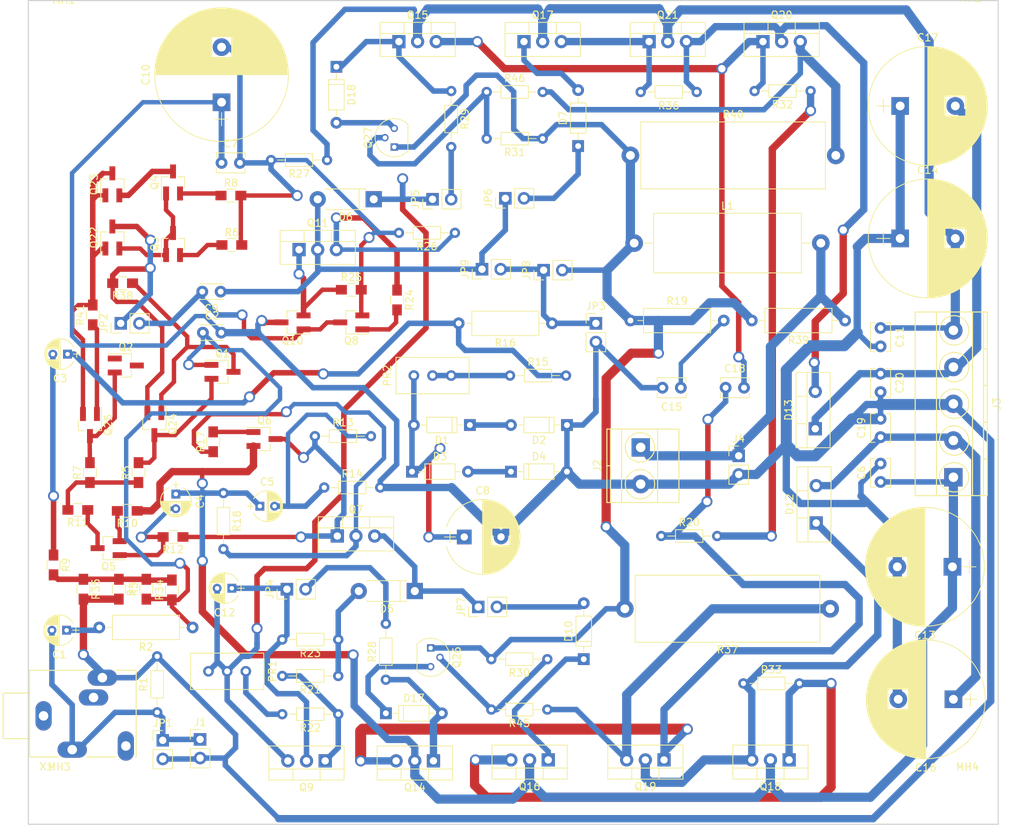
<source format=kicad_pcb>
(kicad_pcb (version 4) (host pcbnew 4.0.7)
  (layers (0 F.Cu mixed) (31 B.Cu mixed) (34 B.Paste user) (35 F.Paste user) (36 B.SilkS user) (37 F.SilkS user hide) (38 B.Mask user) (39 F.Mask user) (44 Edge.Cuts user))
  (net 0 "")
  (net 1 "Net-(C1-Pad1)")
  (net 2 "Net-(C1-Pad2)")
  (net 3 "Net-(C2-Pad1)")
  (net 4 GND)
  (net 5 "Net-(C3-Pad1)")
  (net 6 "Net-(C3-Pad2)")
  (net 7 "Net-(C4-Pad2)")
  (net 8 "Net-(C5-Pad2)")
  (net 9 "Net-(C10-Pad2)")
  (net 10 "Net-(C8-Pad1)")
  (net 11 "Net-(C9-Pad1)")
  (net 12 "Net-(C9-Pad2)")
  (net 13 "Net-(C12-Pad1)")
  (net 14 "Net-(C12-Pad2)")
  (net 15 "Net-(C15-Pad1)")
  (net 16 +VCC_15V)
  (net 17 VEE_-15V)
  (net 18 "Net-(C18-Pad1)")
  (net 19 "Net-(C18-Pad2)")
  (net 20 "Net-(D1-Pad1)")
  (net 21 "Net-(D3-Pad2)")
  (net 22 "Net-(D10-Pad2)")
  (net 23 "Net-(D5-Pad2)")
  (net 24 "Net-(D7-Pad2)")
  (net 25 "Net-(D10-Pad1)")
  (net 26 "Net-(D12-Pad1)")
  (net 27 "Net-(D13-Pad2)")
  (net 28 "Net-(D17-Pad1)")
  (net 29 "Net-(D17-Pad2)")
  (net 30 "Net-(D18-Pad1)")
  (net 31 "Net-(D18-Pad2)")
  (net 32 +VCC_40V)
  (net 33 VEE_-40V)
  (net 34 "Net-(J2-Pad1)")
  (net 35 "Net-(JP2-Pad1)")
  (net 36 "Net-(PR1-Pad1)")
  (net 37 "Net-(PR2-Pad2)")
  (net 38 "Net-(Q1-Pad2)")
  (net 39 "Net-(Q1-Pad3)")
  (net 40 "Net-(Q2-Pad2)")
  (net 41 "Net-(Q2-Pad3)")
  (net 42 "Net-(Q22-Pad2)")
  (net 43 "Net-(Q3-Pad2)")
  (net 44 "Net-(Q4-Pad2)")
  (net 45 "Net-(Q23-Pad2)")
  (net 46 "Net-(Q5-Pad2)")
  (net 47 "Net-(Q5-Pad3)")
  (net 48 "Net-(Q6-Pad1)")
  (net 49 "Net-(Q6-Pad3)")
  (net 50 "Net-(Q7-Pad2)")
  (net 51 "Net-(Q8-Pad1)")
  (net 52 "Net-(Q9-Pad1)")
  (net 53 "Net-(Q10-Pad2)")
  (net 54 "Net-(Q11-Pad3)")
  (net 55 "Net-(Q16-Pad3)")
  (net 56 "Net-(Q17-Pad3)")
  (net 57 "Net-(Q19-Pad3)")
  (net 58 "Net-(Q20-Pad3)")
  (net 59 "Net-(Q22-Pad1)")
  (net 60 "Net-(Q26-Pad2)")
  (net 61 "Net-(Q27-Pad2)")
  (net 62 "Net-(R3-Pad2)")
  (net 63 "Net-(R11-Pad2)")
  (net 64 "Net-(R20-Pad2)")
  (net 65 "Net-(D5-Pad1)")
  (net 66 "Net-(D7-Pad1)")
  (net 67 "Net-(JP4-Pad2)")
  (net 68 "Net-(JP5-Pad2)")
  (net 69 "Net-(JP8-Pad2)")
  (net 70 "Net-(JP3-Pad1)")
  (module Capacitors_THT:CP_Radial_D4.0mm_P2.00mm (layer F.Cu) (at 60.071 113.157 180)
    (fp_text reference C1 (at 1 -3.31 180) (layer F.SilkS))
    (fp_text value 47u)
    (pad 1 thru_hole rect (at 0 0 180) (size 1.2 1.2) (drill 0.6) (layers *.Cu *.Mask) (net 1 "Net-(C1-Pad1)"))
    (pad 2 thru_hole circle (at 2 0 180) (size 1.2 1.2) (drill 0.6) (layers *.Cu *.Mask) (net 2 "Net-(C1-Pad2)"))
  )
  (module Capacitors_THT:C_Disc_D3.0mm_W2.0mm_P2.50mm (layer F.Cu) (at 78.613 72.644)
    (fp_text reference C2 (at 1.25 -2.31) (layer F.SilkS))
    (fp_text value 0.3n)
    (pad 1 thru_hole circle (at 0 0) (size 1.6 1.6) (drill 0.8) (layers *.Cu *.Mask) (net 3 "Net-(C2-Pad1)"))
    (pad 2 thru_hole circle (at 2.5 0) (size 1.6 1.6) (drill 0.8) (layers *.Cu *.Mask) (net 4 GND))
  )
  (module Capacitors_THT:CP_Radial_D4.0mm_P2.00mm (layer F.Cu) (at 60.198 75.565 180)
    (fp_text reference C3 (at 1 -3.31 180) (layer F.SilkS))
    (fp_text value 100u)
    (pad 1 thru_hole rect (at 0 0 180) (size 1.2 1.2) (drill 0.6) (layers *.Cu *.Mask) (net 5 "Net-(C3-Pad1)"))
    (pad 2 thru_hole circle (at 2 0 180) (size 1.2 1.2) (drill 0.6) (layers *.Cu *.Mask) (net 6 "Net-(C3-Pad2)"))
  )
  (module Capacitors_THT:CP_Radial_D4.0mm_P2.00mm (layer F.Cu) (at 74.93 94.615 270)
    (fp_text reference C4 (at 1 -3.31 270) (layer F.SilkS))
    (fp_text value 47u)
    (pad 1 thru_hole rect (at 0 0 270) (size 1.2 1.2) (drill 0.6) (layers *.Cu *.Mask) (net 32 +VCC_40V))
    (pad 2 thru_hole circle (at 2 0 270) (size 1.2 1.2) (drill 0.6) (layers *.Cu *.Mask) (net 7 "Net-(C4-Pad2)"))
  )
  (module Capacitors_THT:CP_Radial_D4.0mm_P2.00mm (layer F.Cu) (at 86.36 96.266)
    (fp_text reference C5 (at 1 -3.31) (layer F.SilkS))
    (fp_text value 47u)
    (pad 1 thru_hole rect (at 0 0) (size 1.2 1.2) (drill 0.6) (layers *.Cu *.Mask) (net 32 +VCC_40V))
    (pad 2 thru_hole circle (at 2 0) (size 1.2 1.2) (drill 0.6) (layers *.Cu *.Mask) (net 8 "Net-(C5-Pad2)"))
  )
  (module Capacitors_THT:C_Disc_D3.8mm_W2.6mm_P2.50mm (layer F.Cu) (at 170.815 92.964 90)
    (fp_text reference C6 (at 1.25 -2.61 90) (layer F.SilkS))
    (fp_text value 100n)
    (pad 1 thru_hole circle (at 0 0 90) (size 1.6 1.6) (drill 0.8) (layers *.Cu *.Mask) (net 32 +VCC_40V))
    (pad 2 thru_hole circle (at 2.5 0 90) (size 1.6 1.6) (drill 0.8) (layers *.Cu *.Mask) (net 4 GND))
  )
  (module Capacitors_THT:C_Disc_D3.8mm_W2.6mm_P2.50mm (layer F.Cu) (at 81.153 49.53)
    (fp_text reference C7 (at 1.25 -2.61) (layer F.SilkS))
    (fp_text value 100n)
    (pad 1 thru_hole circle (at 0 0) (size 1.6 1.6) (drill 0.8) (layers *.Cu *.Mask) (net 4 GND))
    (pad 2 thru_hole circle (at 2.5 0) (size 1.6 1.6) (drill 0.8) (layers *.Cu *.Mask) (net 9 "Net-(C10-Pad2)"))
  )
  (module Capacitors_THT:CP_Radial_D10.0mm_P5.00mm (layer F.Cu) (at 114.173 100.457)
    (fp_text reference C8 (at 2.5 -6.31) (layer F.SilkS))
    (fp_text value 1000u)
    (pad 1 thru_hole rect (at 0 0) (size 2 2) (drill 1) (layers *.Cu *.Mask) (net 10 "Net-(C8-Pad1)"))
    (pad 2 thru_hole circle (at 5 0) (size 2 2) (drill 1) (layers *.Cu *.Mask) (net 4 GND))
  )
  (module Capacitors_THT:C_Disc_D3.0mm_W2.0mm_P2.50mm (layer F.Cu) (at 81.026 67.056 180)
    (fp_text reference C9 (at 1.25 -2.31 180) (layer F.SilkS))
    (fp_text value 33p)
    (pad 1 thru_hole circle (at 0 0 180) (size 1.6 1.6) (drill 0.8) (layers *.Cu *.Mask) (net 11 "Net-(C9-Pad1)"))
    (pad 2 thru_hole circle (at 2.5 0 180) (size 1.6 1.6) (drill 0.8) (layers *.Cu *.Mask) (net 12 "Net-(C9-Pad2)"))
  )
  (module Capacitors_THT:CP_Radial_D18.0mm_P7.50mm (layer F.Cu) (at 81.153 41.275 90)
    (fp_text reference C10 (at 3.75 -10.31 90) (layer F.SilkS))
    (fp_text value 1000u)
    (pad 1 thru_hole rect (at 0 0 90) (size 2.4 2.4) (drill 1.2) (layers *.Cu *.Mask) (net 4 GND))
    (pad 2 thru_hole circle (at 7.5 0 90) (size 2.4 2.4) (drill 1.2) (layers *.Cu *.Mask) (net 9 "Net-(C10-Pad2)"))
  )
  (module Capacitors_THT:C_Disc_D3.8mm_W2.6mm_P2.50mm (layer F.Cu) (at 170.815 72.009 270)
    (fp_text reference C11 (at 1.25 -2.61 270) (layer F.SilkS))
    (fp_text value 100n)
    (pad 1 thru_hole circle (at 0 0 270) (size 1.6 1.6) (drill 0.8) (layers *.Cu *.Mask) (net 33 VEE_-40V))
    (pad 2 thru_hole circle (at 2.5 0 270) (size 1.6 1.6) (drill 0.8) (layers *.Cu *.Mask) (net 4 GND))
  )
  (module Capacitors_THT:CP_Radial_D4.0mm_P2.00mm (layer F.Cu) (at 82.55 107.442 180)
    (fp_text reference C12 (at 1 -3.31 180) (layer F.SilkS))
    (fp_text value 47u)
    (pad 1 thru_hole rect (at 0 0 180) (size 1.2 1.2) (drill 0.6) (layers *.Cu *.Mask) (net 13 "Net-(C12-Pad1)"))
    (pad 2 thru_hole circle (at 2 0 180) (size 1.2 1.2) (drill 0.6) (layers *.Cu *.Mask) (net 14 "Net-(C12-Pad2)"))
  )
  (module Capacitors_THT:CP_Radial_D16.0mm_P7.50mm (layer F.Cu) (at 180.594 104.521 180)
    (fp_text reference C13 (at 3.75 -9.31 180) (layer F.SilkS))
    (fp_text value 220u)
    (pad 1 thru_hole rect (at 0 0 180) (size 2.4 2.4) (drill 1.2) (layers *.Cu *.Mask) (net 32 +VCC_40V))
    (pad 2 thru_hole circle (at 7.5 0 180) (size 2.4 2.4) (drill 1.2) (layers *.Cu *.Mask) (net 4 GND))
  )
  (module Capacitors_THT:CP_Radial_D16.0mm_P7.50mm (layer F.Cu) (at 173.482 59.817)
    (fp_text reference C14 (at 3.75 -9.31) (layer F.SilkS))
    (fp_text value 220u)
    (pad 1 thru_hole rect (at 0 0) (size 2.4 2.4) (drill 1.2) (layers *.Cu *.Mask) (net 4 GND))
    (pad 2 thru_hole circle (at 7.5 0) (size 2.4 2.4) (drill 1.2) (layers *.Cu *.Mask) (net 33 VEE_-40V))
  )
  (module Capacitors_THT:C_Disc_D3.8mm_W2.6mm_P2.50mm (layer F.Cu) (at 143.637 80.137 180)
    (fp_text reference C15 (at 1.25 -2.61 180) (layer F.SilkS))
    (fp_text value 100n)
    (pad 1 thru_hole circle (at 0 0 180) (size 1.6 1.6) (drill 0.8) (layers *.Cu *.Mask) (net 15 "Net-(C15-Pad1)"))
    (pad 2 thru_hole circle (at 2.5 0 180) (size 1.6 1.6) (drill 0.8) (layers *.Cu *.Mask) (net 4 GND))
  )
  (module Capacitors_THT:CP_Radial_D16.0mm_P7.50mm (layer F.Cu) (at 180.721 122.555 180)
    (fp_text reference C16 (at 3.75 -9.31 180) (layer F.SilkS))
    (fp_text value 220u)
    (pad 1 thru_hole rect (at 0 0 180) (size 2.4 2.4) (drill 1.2) (layers *.Cu *.Mask) (net 16 +VCC_15V))
    (pad 2 thru_hole circle (at 7.5 0 180) (size 2.4 2.4) (drill 1.2) (layers *.Cu *.Mask) (net 4 GND))
  )
  (module Capacitors_THT:CP_Radial_D16.0mm_P7.50mm (layer F.Cu) (at 173.482 41.783)
    (fp_text reference C17 (at 3.75 -9.31) (layer F.SilkS))
    (fp_text value 220u)
    (pad 1 thru_hole rect (at 0 0) (size 2.4 2.4) (drill 1.2) (layers *.Cu *.Mask) (net 4 GND))
    (pad 2 thru_hole circle (at 7.5 0) (size 2.4 2.4) (drill 1.2) (layers *.Cu *.Mask) (net 17 VEE_-15V))
  )
  (module Capacitors_THT:C_Disc_D3.8mm_W2.6mm_P2.50mm (layer F.Cu) (at 149.733 80.137)
    (fp_text reference C18 (at 1.25 -2.61) (layer F.SilkS))
    (fp_text value 100n)
    (pad 1 thru_hole circle (at 0 0) (size 1.6 1.6) (drill 0.8) (layers *.Cu *.Mask) (net 18 "Net-(C18-Pad1)"))
    (pad 2 thru_hole circle (at 2.5 0) (size 1.6 1.6) (drill 0.8) (layers *.Cu *.Mask) (net 19 "Net-(C18-Pad2)"))
  )
  (module Capacitors_THT:C_Disc_D3.8mm_W2.6mm_P2.50mm (layer F.Cu) (at 170.815 86.868 90)
    (fp_text reference C19 (at 1.25 -2.61 90) (layer F.SilkS))
    (fp_text value 100n)
    (pad 1 thru_hole circle (at 0 0 90) (size 1.6 1.6) (drill 0.8) (layers *.Cu *.Mask) (net 16 +VCC_15V))
    (pad 2 thru_hole circle (at 2.5 0 90) (size 1.6 1.6) (drill 0.8) (layers *.Cu *.Mask) (net 4 GND))
  )
  (module Capacitors_THT:C_Disc_D3.8mm_W2.6mm_P2.50mm (layer F.Cu) (at 170.815 78.232 270)
    (fp_text reference C20 (at 1.25 -2.61 270) (layer F.SilkS))
    (fp_text value 100n)
    (pad 1 thru_hole circle (at 0 0 270) (size 1.6 1.6) (drill 0.8) (layers *.Cu *.Mask) (net 17 VEE_-15V))
    (pad 2 thru_hole circle (at 2.5 0 270) (size 1.6 1.6) (drill 0.8) (layers *.Cu *.Mask) (net 4 GND))
  )
  (module Diodes_THT:D_DO-35_SOD27_P7.62mm_Horizontal (layer F.Cu) (at 114.935 85.217 180)
    (fp_text reference D1 (at 3.81 -2.06 180) (layer F.SilkS))
    (fp_text value 1N4148)
    (pad 1 thru_hole rect (at 0 0 180) (size 1.6 1.6) (drill 0.8) (layers *.Cu *.Mask) (net 20 "Net-(D1-Pad1)"))
    (pad 2 thru_hole oval (at 7.62 0 180) (size 1.6 1.6) (drill 0.8) (layers *.Cu *.Mask) (net 10 "Net-(C8-Pad1)"))
  )
  (module Diodes_THT:D_DO-35_SOD27_P7.62mm_Horizontal (layer F.Cu) (at 128.143 85.217 180)
    (fp_text reference D2 (at 3.81 -2.06 180) (layer F.SilkS))
    (fp_text value 1N4148)
    (pad 1 thru_hole rect (at 0 0 180) (size 1.6 1.6) (drill 0.8) (layers *.Cu *.Mask) (net 4 GND))
    (pad 2 thru_hole oval (at 7.62 0 180) (size 1.6 1.6) (drill 0.8) (layers *.Cu *.Mask) (net 20 "Net-(D1-Pad1)"))
  )
  (module Diodes_THT:D_DO-35_SOD27_P7.62mm_Horizontal (layer F.Cu) (at 107.061 91.567)
    (fp_text reference D3 (at 3.81 -2.06) (layer F.SilkS))
    (fp_text value 1N4148)
    (pad 1 thru_hole rect (at 0 0) (size 1.6 1.6) (drill 0.8) (layers *.Cu *.Mask) (net 10 "Net-(C8-Pad1)"))
    (pad 2 thru_hole oval (at 7.62 0) (size 1.6 1.6) (drill 0.8) (layers *.Cu *.Mask) (net 21 "Net-(D3-Pad2)"))
  )
  (module Diodes_THT:D_DO-35_SOD27_P7.62mm_Horizontal (layer F.Cu) (at 120.523 91.567)
    (fp_text reference D4 (at 3.81 -2.06) (layer F.SilkS))
    (fp_text value 1N4148)
    (pad 1 thru_hole rect (at 0 0) (size 1.6 1.6) (drill 0.8) (layers *.Cu *.Mask) (net 21 "Net-(D3-Pad2)"))
    (pad 2 thru_hole oval (at 7.62 0) (size 1.6 1.6) (drill 0.8) (layers *.Cu *.Mask) (net 4 GND))
  )
  (module Diodes_THT:D_DO-41_SOD81_P7.62mm_Horizontal (layer F.Cu) (at 107.442 107.823 180)
    (fp_text reference D5 (at 3.81 -2.41 180) (layer F.SilkS))
    (fp_text value 1N4728)
    (pad 1 thru_hole rect (at 0 0 180) (size 2.2 2.2) (drill 1.1) (layers *.Cu *.Mask) (net 65 "Net-(D5-Pad1)"))
    (pad 2 thru_hole oval (at 7.62 0 180) (size 2.2 2.2) (drill 1.1) (layers *.Cu *.Mask) (net 23 "Net-(D5-Pad2)"))
  )
  (module Diodes_THT:D_DO-41_SOD81_P7.62mm_Horizontal (layer F.Cu) (at 101.854 54.483 180)
    (fp_text reference D6 (at 3.81 -2.41 180) (layer F.SilkS))
    (fp_text value 1N4728)
    (pad 1 thru_hole rect (at 0 0 180) (size 2.2 2.2) (drill 1.1) (layers *.Cu *.Mask) (net 14 "Net-(C12-Pad2)"))
    (pad 2 thru_hole oval (at 7.62 0 180) (size 2.2 2.2) (drill 1.1) (layers *.Cu *.Mask) (net 11 "Net-(C9-Pad1)"))
  )
  (module Diodes_THT:D_DO-35_SOD27_P7.62mm_Horizontal (layer F.Cu) (at 129.667 47.244 90)
    (fp_text reference D7 (at 3.81 -2.06 90) (layer F.SilkS))
    (fp_text value 1N4148)
    (pad 1 thru_hole rect (at 0 0 90) (size 1.6 1.6) (drill 0.8) (layers *.Cu *.Mask) (net 66 "Net-(D7-Pad1)"))
    (pad 2 thru_hole oval (at 7.62 0 90) (size 1.6 1.6) (drill 0.8) (layers *.Cu *.Mask) (net 24 "Net-(D7-Pad2)"))
  )
  (module Diodes_THT:D_DO-35_SOD27_P7.62mm_Horizontal (layer F.Cu) (at 130.429 117.094 90)
    (fp_text reference D10 (at 3.81 -2.06 90) (layer F.SilkS))
    (fp_text value 1N4148)
    (pad 1 thru_hole rect (at 0 0 90) (size 1.6 1.6) (drill 0.8) (layers *.Cu *.Mask) (net 25 "Net-(D10-Pad1)"))
    (pad 2 thru_hole oval (at 7.62 0 90) (size 1.6 1.6) (drill 0.8) (layers *.Cu *.Mask) (net 22 "Net-(D10-Pad2)"))
  )
  (module TO_SOT_Packages_THT:TO-220-2_Vertical (layer F.Cu) (at 162.052 98.552 90)
    (fp_text reference D12 (at 2.54 -3.62 90) (layer F.SilkS))
    (fp_text value MUR860)
    (pad 1 thru_hole rect (at 0 0 90) (size 1.8 1.8) (drill 1) (layers *.Cu *.Mask) (net 26 "Net-(D12-Pad1)"))
    (pad 2 thru_hole oval (at 5.08 0 90) (size 1.8 1.8) (drill 1) (layers *.Cu *.Mask) (net 16 +VCC_15V))
  )
  (module TO_SOT_Packages_THT:TO-220-2_Vertical (layer F.Cu) (at 161.925 85.725 90)
    (fp_text reference D13 (at 2.54 -3.62 90) (layer F.SilkS))
    (fp_text value MUR860)
    (pad 1 thru_hole rect (at 0 0 90) (size 1.8 1.8) (drill 1) (layers *.Cu *.Mask) (net 17 VEE_-15V))
    (pad 2 thru_hole oval (at 5.08 0 90) (size 1.8 1.8) (drill 1) (layers *.Cu *.Mask) (net 27 "Net-(D13-Pad2)"))
  )
  (module Diodes_THT:D_DO-35_SOD27_P7.62mm_Horizontal (layer F.Cu) (at 103.505 124.46)
    (fp_text reference D17 (at 3.81 -2.06) (layer F.SilkS))
    (fp_text value 1N4148)
    (pad 1 thru_hole rect (at 0 0) (size 1.6 1.6) (drill 0.8) (layers *.Cu *.Mask) (net 28 "Net-(D17-Pad1)"))
    (pad 2 thru_hole oval (at 7.62 0) (size 1.6 1.6) (drill 0.8) (layers *.Cu *.Mask) (net 29 "Net-(D17-Pad2)"))
  )
  (module Diodes_THT:D_DO-35_SOD27_P7.62mm_Horizontal (layer F.Cu) (at 96.774 36.449 270)
    (fp_text reference D18 (at 3.81 -2.06 270) (layer F.SilkS))
    (fp_text value 1N4148)
    (pad 1 thru_hole rect (at 0 0 270) (size 1.6 1.6) (drill 0.8) (layers *.Cu *.Mask) (net 30 "Net-(D18-Pad1)"))
    (pad 2 thru_hole oval (at 7.62 0 270) (size 1.6 1.6) (drill 0.8) (layers *.Cu *.Mask) (net 31 "Net-(D18-Pad2)"))
  )
  (module Pin_Headers:Pin_Header_Straight_1x02_Pitch2.54mm (layer F.Cu) (at 78.232 128.016)
    (fp_text reference J1 (at 0 -2.33) (layer F.SilkS))
    (fp_text value Conn_IN)
    (pad 1 thru_hole rect (at 0 0) (size 1.7 1.7) (drill 1) (layers *.Cu *.Mask) (net 2 "Net-(C1-Pad2)"))
    (pad 2 thru_hole oval (at 0 2.54) (size 1.7 1.7) (drill 1) (layers *.Cu *.Mask) (net 4 GND))
  )
  (module TerminalBlocks_Phoenix:TerminalBlock_Phoenix_MKDS1.5-2pol (layer F.Cu) (at 138.176 88.265 270)
    (fp_text reference J2 (at 2.5 5.9 270) (layer F.SilkS))
    (fp_text value LOAD_CONN)
    (pad 1 thru_hole rect (at 0 0 270) (size 2.5 2.5) (drill 1.3) (layers *.Cu *.Mask) (net 34 "Net-(J2-Pad1)"))
    (pad 2 thru_hole circle (at 5 0 270) (size 2.5 2.5) (drill 1.3) (layers *.Cu *.Mask) (net 4 GND))
  )
  (module TerminalBlocks_Phoenix:TerminalBlock_Phoenix_MKDS1.5-5pol (layer F.Cu) (at 180.721 92.329 90)
    (fp_text reference J3 (at 10 5.9 90) (layer F.SilkS))
    (fp_text value SUPPLY_CONN)
    (pad 5 thru_hole circle (at 20 0 90) (size 2.5 2.5) (drill 1.3) (layers *.Cu *.Mask) (net 33 VEE_-40V))
    (pad 4 thru_hole circle (at 15 0 90) (size 2.5 2.5) (drill 1.3) (layers *.Cu *.Mask) (net 17 VEE_-15V))
    (pad 3 thru_hole circle (at 10 0 90) (size 2.5 2.5) (drill 1.3) (layers *.Cu *.Mask) (net 4 GND))
    (pad 1 thru_hole rect (at 0 0 90) (size 2.5 2.5) (drill 1.3) (layers *.Cu *.Mask) (net 32 +VCC_40V))
    (pad 2 thru_hole circle (at 5 0 90) (size 2.5 2.5) (drill 1.3) (layers *.Cu *.Mask) (net 16 +VCC_15V))
  )
  (module Pin_Headers:Pin_Header_Straight_1x02_Pitch2.54mm (layer F.Cu) (at 73.152 128.143)
    (fp_text reference JP1 (at 0 -2.33) (layer F.SilkS))
    (fp_text value Jumper_NO_Small)
    (pad 1 thru_hole rect (at 0 0) (size 1.7 1.7) (drill 1) (layers *.Cu *.Mask) (net 2 "Net-(C1-Pad2)"))
    (pad 2 thru_hole oval (at 0 2.54) (size 1.7 1.7) (drill 1) (layers *.Cu *.Mask) (net 4 GND))
  )
  (module Pin_Headers:Pin_Header_Straight_1x02_Pitch2.54mm (layer F.Cu) (at 67.437 71.374 90)
    (fp_text reference JP2 (at 0 -2.33 90) (layer F.SilkS))
    (fp_text value Diff_Stage_Jumper)
    (pad 1 thru_hole rect (at 0 0 90) (size 1.7 1.7) (drill 1) (layers *.Cu *.Mask) (net 35 "Net-(JP2-Pad1)"))
    (pad 2 thru_hole oval (at 0 2.54 90) (size 1.7 1.7) (drill 1) (layers *.Cu *.Mask) (net 12 "Net-(C9-Pad2)"))
  )
  (module Pin_Headers:Pin_Header_Straight_1x02_Pitch2.54mm (layer F.Cu) (at 132.08 71.374)
    (fp_text reference JP3 (at 0 -2.33) (layer F.SilkS))
    (fp_text value Jumper_Q2)
    (pad 1 thru_hole rect (at 0 0) (size 1.7 1.7) (drill 1) (layers *.Cu *.Mask) (net 70 "Net-(JP3-Pad1)"))
    (pad 2 thru_hole oval (at 0 2.54) (size 1.7 1.7) (drill 1) (layers *.Cu *.Mask) (net 4 GND))
  )
  (module Pin_Headers:Pin_Header_Straight_1x02_Pitch2.54mm (layer F.Cu) (at 90.043 107.569 90)
    (fp_text reference JP4 (at 0 -2.33 90) (layer F.SilkS))
    (fp_text value Low_Pos_Jumper)
    (pad 1 thru_hole rect (at 0 0 90) (size 1.7 1.7) (drill 1) (layers *.Cu *.Mask) (net 13 "Net-(C12-Pad1)"))
    (pad 2 thru_hole oval (at 0 2.54 90) (size 1.7 1.7) (drill 1) (layers *.Cu *.Mask) (net 67 "Net-(JP4-Pad2)"))
  )
  (module Potentiometers:Potentiometer_Trimmer_Suntan_TSR-3386C_Vertical (layer F.Cu) (at 84.455 118.745 270)
    (fp_text reference PR1 (at 0 -3.625 270) (layer F.SilkS))
    (fp_text value 1k)
    (pad 3 thru_hole circle (at 0 5.08 270) (size 1.44 1.44) (drill 0.8) (layers *.Cu *.Mask) (net 14 "Net-(C12-Pad2)"))
    (pad 2 thru_hole circle (at 0 2.54 270) (size 1.44 1.44) (drill 0.8) (layers *.Cu *.Mask) (net 14 "Net-(C12-Pad2)"))
    (pad 1 thru_hole circle (at 0 0 270) (size 1.44 1.44) (drill 0.8) (layers *.Cu *.Mask) (net 36 "Net-(PR1-Pad1)"))
  )
  (module Potentiometers:Potentiometer_Trimmer_Suntan_TSR-3386C_Vertical (layer F.Cu) (at 107.315 78.486 90)
    (fp_text reference PR2 (at 0 -3.625 90) (layer F.SilkS))
    (fp_text value 100)
    (pad 3 thru_hole circle (at 0 5.08 90) (size 1.44 1.44) (drill 0.8) (layers *.Cu *.Mask) (net 37 "Net-(PR2-Pad2)"))
    (pad 2 thru_hole circle (at 0 2.54 90) (size 1.44 1.44) (drill 0.8) (layers *.Cu *.Mask) (net 37 "Net-(PR2-Pad2)"))
    (pad 1 thru_hole circle (at 0 0 90) (size 1.44 1.44) (drill 0.8) (layers *.Cu *.Mask) (net 10 "Net-(C8-Pad1)"))
  )
  (module TO_SOT_Packages_SMD:SOT-23_Handsoldering (layer F.Cu) (at 81.28 77.978)
    (fp_text reference Q1 (at 0 -2.5) (layer F.SilkS))
    (fp_text value BC856)
    (pad 1 smd rect (at -1.5 -0.95) (size 1.9 0.8) (layers F.Cu F.Paste F.Mask) (net 3 "Net-(C2-Pad1)"))
    (pad 2 smd rect (at -1.5 0.95) (size 1.9 0.8) (layers F.Cu F.Paste F.Mask) (net 38 "Net-(Q1-Pad2)"))
    (pad 3 smd rect (at 1.5 0) (size 1.9 0.8) (layers F.Cu F.Paste F.Mask) (net 39 "Net-(Q1-Pad3)"))
  )
  (module TO_SOT_Packages_SMD:SOT-23_Handsoldering (layer F.Cu) (at 68.1228 77.1144)
    (fp_text reference Q2 (at 0 -2.5) (layer F.SilkS))
    (fp_text value BC856)
    (pad 1 smd rect (at -1.5 -0.95) (size 1.9 0.8) (layers F.Cu F.Paste F.Mask) (net 5 "Net-(C3-Pad1)"))
    (pad 2 smd rect (at -1.5 0.95) (size 1.9 0.8) (layers F.Cu F.Paste F.Mask) (net 40 "Net-(Q2-Pad2)"))
    (pad 3 smd rect (at 1.5 0) (size 1.9 0.8) (layers F.Cu F.Paste F.Mask) (net 41 "Net-(Q2-Pad3)"))
  )
  (module TO_SOT_Packages_SMD:SOT-23_Handsoldering (layer F.Cu) (at 74.549 60.579 90)
    (fp_text reference Q3 (at 0 -2.5 90) (layer F.SilkS))
    (fp_text value BC846)
    (pad 1 smd rect (at -1.5 -0.95 90) (size 1.9 0.8) (layers F.Cu F.Paste F.Mask) (net 42 "Net-(Q22-Pad2)"))
    (pad 2 smd rect (at -1.5 0.95 90) (size 1.9 0.8) (layers F.Cu F.Paste F.Mask) (net 43 "Net-(Q3-Pad2)"))
    (pad 3 smd rect (at 1.5 0 90) (size 1.9 0.8) (layers F.Cu F.Paste F.Mask) (net 42 "Net-(Q22-Pad2)"))
  )
  (module TO_SOT_Packages_SMD:SOT-23_Handsoldering (layer F.Cu) (at 74.549 52.197 90)
    (fp_text reference Q4 (at 0 -2.5 90) (layer F.SilkS))
    (fp_text value BC846)
    (pad 1 smd rect (at -1.5 -0.95 90) (size 1.9 0.8) (layers F.Cu F.Paste F.Mask) (net 42 "Net-(Q22-Pad2)"))
    (pad 2 smd rect (at -1.5 0.95 90) (size 1.9 0.8) (layers F.Cu F.Paste F.Mask) (net 44 "Net-(Q4-Pad2)"))
    (pad 3 smd rect (at 1.5 0 90) (size 1.9 0.8) (layers F.Cu F.Paste F.Mask) (net 45 "Net-(Q23-Pad2)"))
  )
  (module TO_SOT_Packages_SMD:SOT-23_Handsoldering (layer F.Cu) (at 65.786 101.981 180)
    (fp_text reference Q5 (at 0 -2.5 180) (layer F.SilkS))
    (fp_text value BC856)
    (pad 1 smd rect (at -1.5 -0.95 180) (size 1.9 0.8) (layers F.Cu F.Paste F.Mask) (net 7 "Net-(C4-Pad2)"))
    (pad 2 smd rect (at -1.5 0.95 180) (size 1.9 0.8) (layers F.Cu F.Paste F.Mask) (net 46 "Net-(Q5-Pad2)"))
    (pad 3 smd rect (at 1.5 0 180) (size 1.9 0.8) (layers F.Cu F.Paste F.Mask) (net 47 "Net-(Q5-Pad3)"))
  )
  (module TO_SOT_Packages_SMD:SOT-23_Handsoldering (layer F.Cu) (at 86.995 87.122)
    (fp_text reference Q6 (at 0 -2.5) (layer F.SilkS))
    (fp_text value BC856)
    (pad 1 smd rect (at -1.5 -0.95) (size 1.9 0.8) (layers F.Cu F.Paste F.Mask) (net 48 "Net-(Q6-Pad1)"))
    (pad 2 smd rect (at -1.5 0.95) (size 1.9 0.8) (layers F.Cu F.Paste F.Mask) (net 32 +VCC_40V))
    (pad 3 smd rect (at 1.5 0) (size 1.9 0.8) (layers F.Cu F.Paste F.Mask) (net 49 "Net-(Q6-Pad3)"))
  )
  (module TO_SOT_Packages_SMD:SOT-23_Handsoldering (layer F.Cu) (at 98.806 71.247 180)
    (fp_text reference Q8 (at 0 -2.5 180) (layer F.SilkS))
    (fp_text value BC846)
    (pad 1 smd rect (at -1.5 -0.95 180) (size 1.9 0.8) (layers F.Cu F.Paste F.Mask) (net 51 "Net-(Q8-Pad1)"))
    (pad 2 smd rect (at -1.5 0.95 180) (size 1.9 0.8) (layers F.Cu F.Paste F.Mask) (net 9 "Net-(C10-Pad2)"))
    (pad 3 smd rect (at 1.5 0 180) (size 1.9 0.8) (layers F.Cu F.Paste F.Mask) (net 12 "Net-(C9-Pad2)"))
  )
  (module TO_SOT_Packages_SMD:SOT-23_Handsoldering (layer F.Cu) (at 90.805 71.247 180)
    (fp_text reference Q10 (at 0 -2.5 180) (layer F.SilkS))
    (fp_text value BC846)
    (pad 1 smd rect (at -1.5 -0.95 180) (size 1.9 0.8) (layers F.Cu F.Paste F.Mask) (net 12 "Net-(C9-Pad2)"))
    (pad 2 smd rect (at -1.5 0.95 180) (size 1.9 0.8) (layers F.Cu F.Paste F.Mask) (net 53 "Net-(Q10-Pad2)"))
    (pad 3 smd rect (at 1.5 0 180) (size 1.9 0.8) (layers F.Cu F.Paste F.Mask) (net 4 GND))
  )
  (module TO_SOT_Packages_THT:TO-220-3_Vertical (layer F.Cu) (at 158.369 130.81 180)
    (fp_text reference Q18 (at 2.54 -3.62 180) (layer F.SilkS))
    (fp_text value 2SC5200)
    (pad 1 thru_hole rect (at 0 0 180) (size 1.8 1.8) (drill 1) (layers *.Cu *.Mask) (net 55 "Net-(Q16-Pad3)"))
    (pad 2 thru_hole oval (at 2.54 0 180) (size 1.8 1.8) (drill 1) (layers *.Cu *.Mask) (net 32 +VCC_40V))
    (pad 3 thru_hole oval (at 5.08 0 180) (size 1.8 1.8) (drill 1) (layers *.Cu *.Mask) (net 26 "Net-(D12-Pad1)"))
  )
  (module TO_SOT_Packages_THT:TO-220-3_Vertical (layer F.Cu) (at 141.351 130.81 180)
    (fp_text reference Q19 (at 2.54 -3.62 180) (layer F.SilkS))
    (fp_text value 2SC5200)
    (pad 1 thru_hole rect (at 0 0 180) (size 1.8 1.8) (drill 1) (layers *.Cu *.Mask) (net 18 "Net-(C18-Pad1)"))
    (pad 2 thru_hole oval (at 2.54 0 180) (size 1.8 1.8) (drill 1) (layers *.Cu *.Mask) (net 26 "Net-(D12-Pad1)"))
    (pad 3 thru_hole oval (at 5.08 0 180) (size 1.8 1.8) (drill 1) (layers *.Cu *.Mask) (net 57 "Net-(Q19-Pad3)"))
  )
  (module TO_SOT_Packages_THT:TO-220-3_Vertical (layer F.Cu) (at 154.813 33.02)
    (fp_text reference Q20 (at 2.54 -3.62) (layer F.SilkS))
    (fp_text value 2SA1943)
    (pad 1 thru_hole rect (at 0 0) (size 1.8 1.8) (drill 1) (layers *.Cu *.Mask) (net 19 "Net-(C18-Pad2)"))
    (pad 2 thru_hole oval (at 2.54 0) (size 1.8 1.8) (drill 1) (layers *.Cu *.Mask) (net 27 "Net-(D13-Pad2)"))
    (pad 3 thru_hole oval (at 5.08 0) (size 1.8 1.8) (drill 1) (layers *.Cu *.Mask) (net 58 "Net-(Q20-Pad3)"))
  )
  (module TO_SOT_Packages_THT:TO-220-3_Vertical (layer F.Cu) (at 139.319 33.02)
    (fp_text reference Q21 (at 2.54 -3.62) (layer F.SilkS))
    (fp_text value 2SA1943)
    (pad 1 thru_hole rect (at 0 0) (size 1.8 1.8) (drill 1) (layers *.Cu *.Mask) (net 56 "Net-(Q17-Pad3)"))
    (pad 2 thru_hole oval (at 2.54 0) (size 1.8 1.8) (drill 1) (layers *.Cu *.Mask) (net 33 VEE_-40V))
    (pad 3 thru_hole oval (at 5.08 0) (size 1.8 1.8) (drill 1) (layers *.Cu *.Mask) (net 27 "Net-(D13-Pad2)"))
  )
  (module TO_SOT_Packages_SMD:SOT-23_Handsoldering (layer F.Cu) (at 66.294 59.69 90)
    (fp_text reference Q22 (at 0 -2.5 90) (layer F.SilkS))
    (fp_text value BC846)
    (pad 1 smd rect (at -1.5 -0.95 90) (size 1.9 0.8) (layers F.Cu F.Paste F.Mask) (net 59 "Net-(Q22-Pad1)"))
    (pad 2 smd rect (at -1.5 0.95 90) (size 1.9 0.8) (layers F.Cu F.Paste F.Mask) (net 42 "Net-(Q22-Pad2)"))
    (pad 3 smd rect (at 1.5 0 90) (size 1.9 0.8) (layers F.Cu F.Paste F.Mask) (net 35 "Net-(JP2-Pad1)"))
  )
  (module TO_SOT_Packages_SMD:SOT-23_Handsoldering (layer F.Cu) (at 66.294 52.451 90)
    (fp_text reference Q23 (at 0 -2.5 90) (layer F.SilkS))
    (fp_text value BC846)
    (pad 1 smd rect (at -1.5 -0.95 90) (size 1.9 0.8) (layers F.Cu F.Paste F.Mask) (net 59 "Net-(Q22-Pad1)"))
    (pad 2 smd rect (at -1.5 0.95 90) (size 1.9 0.8) (layers F.Cu F.Paste F.Mask) (net 45 "Net-(Q23-Pad2)"))
    (pad 3 smd rect (at 1.5 0 90) (size 1.9 0.8) (layers F.Cu F.Paste F.Mask) (net 59 "Net-(Q22-Pad1)"))
  )
  (module TO_SOT_Packages_SMD:SOT-23_Handsoldering (layer F.Cu) (at 72.009 85.09 270)
    (fp_text reference Q24 (at 0 -2.5 270) (layer F.SilkS))
    (fp_text value BC846)
    (pad 1 smd rect (at -1.5 -0.95 270) (size 1.9 0.8) (layers F.Cu F.Paste F.Mask) (net 39 "Net-(Q1-Pad3)"))
    (pad 2 smd rect (at -1.5 0.95 270) (size 1.9 0.8) (layers F.Cu F.Paste F.Mask) (net 35 "Net-(JP2-Pad1)"))
    (pad 3 smd rect (at 1.5 0 270) (size 1.9 0.8) (layers F.Cu F.Paste F.Mask) (net 38 "Net-(Q1-Pad2)"))
  )
  (module TO_SOT_Packages_SMD:SOT-23_Handsoldering (layer F.Cu) (at 63.246 85.217 270)
    (fp_text reference Q25 (at 0 -2.5 270) (layer F.SilkS))
    (fp_text value BC846)
    (pad 1 smd rect (at -1.5 -0.95 270) (size 1.9 0.8) (layers F.Cu F.Paste F.Mask) (net 41 "Net-(Q2-Pad3)"))
    (pad 2 smd rect (at -1.5 0.95 270) (size 1.9 0.8) (layers F.Cu F.Paste F.Mask) (net 59 "Net-(Q22-Pad1)"))
    (pad 3 smd rect (at 1.5 0 270) (size 1.9 0.8) (layers F.Cu F.Paste F.Mask) (net 40 "Net-(Q2-Pad2)"))
  )
  (module TO_SOT_Packages_THT:TO-92_Molded_Narrow (layer F.Cu) (at 109.601 115.57 270)
    (fp_text reference Q26 (at 1.27 -3.56 270) (layer F.SilkS))
    (fp_text value MPSA42)
    (pad 2 thru_hole circle (at 1.27 -1.27) (size 1 1) (drill 0.6) (layers *.Cu *.Mask) (net 60 "Net-(Q26-Pad2)"))
    (pad 3 thru_hole circle (at 2.54 0) (size 1 1) (drill 0.6) (layers *.Cu *.Mask) (net 28 "Net-(D17-Pad1)"))
    (pad 1 thru_hole rect (at 0 0) (size 1 1) (drill 0.6) (layers *.Cu *.Mask) (net 69 "Net-(JP8-Pad2)"))
  )
  (module TO_SOT_Packages_THT:TO-92_Molded_Narrow (layer F.Cu) (at 104.648 47.371 90)
    (fp_text reference Q27 (at 1.27 -3.56 90) (layer F.SilkS))
    (fp_text value MPSA92)
    (pad 2 thru_hole circle (at 1.27 -1.27 180) (size 1 1) (drill 0.6) (layers *.Cu *.Mask) (net 61 "Net-(Q27-Pad2)"))
    (pad 3 thru_hole circle (at 2.54 0 180) (size 1 1) (drill 0.6) (layers *.Cu *.Mask) (net 31 "Net-(D18-Pad2)"))
    (pad 1 thru_hole rect (at 0 0 180) (size 1 1) (drill 0.6) (layers *.Cu *.Mask) (net 69 "Net-(JP8-Pad2)"))
  )
  (module Resistors_THT:R_Axial_DIN0204_L3.6mm_D1.6mm_P7.62mm_Horizontal (layer F.Cu) (at 72.39 124.333 90)
    (fp_text reference R1 (at 3.81 -1.86 90) (layer F.SilkS))
    (fp_text value 100k)
    (pad 1 thru_hole circle (at 0 0 90) (size 1.4 1.4) (drill 0.7) (layers *.Cu *.Mask) (net 2 "Net-(C1-Pad2)"))
    (pad 2 thru_hole oval (at 7.62 0 90) (size 1.4 1.4) (drill 0.7) (layers *.Cu *.Mask) (net 4 GND))
  )
  (module Resistors_THT:R_Axial_DIN0309_L9.0mm_D3.2mm_P12.70mm_Horizontal (layer F.Cu) (at 77.216 112.776 180)
    (fp_text reference R2 (at 6.35 -2.66 180) (layer F.SilkS))
    (fp_text value 10)
    (pad 1 thru_hole circle (at 0 0 180) (size 1.6 1.6) (drill 0.8) (layers *.Cu *.Mask) (net 3 "Net-(C2-Pad1)"))
    (pad 2 thru_hole oval (at 12.7 0 180) (size 1.6 1.6) (drill 0.8) (layers *.Cu *.Mask) (net 1 "Net-(C1-Pad1)"))
  )
  (module Resistors_SMD:R_0805_HandSoldering (layer F.Cu) (at 69.85 91.694 90)
    (fp_text reference R5 (at 0 -1.7 90) (layer F.SilkS))
    (fp_text value 100)
    (pad 1 smd rect (at -1.35 0 90) (size 1.5 1.3) (layers F.Cu F.Paste F.Mask) (net 63 "Net-(R11-Pad2)"))
    (pad 2 smd rect (at 1.35 0 90) (size 1.5 1.3) (layers F.Cu F.Paste F.Mask) (net 38 "Net-(Q1-Pad2)"))
  )
  (module Resistors_SMD:R_0805_HandSoldering (layer F.Cu) (at 82.55 60.706)
    (fp_text reference R6 (at 0 -1.7) (layer F.SilkS))
    (fp_text value 68)
    (pad 1 smd rect (at -1.35 0) (size 1.5 1.3) (layers F.Cu F.Paste F.Mask) (net 43 "Net-(Q3-Pad2)"))
    (pad 2 smd rect (at 1.35 0) (size 1.5 1.3) (layers F.Cu F.Paste F.Mask) (net 9 "Net-(C10-Pad2)"))
  )
  (module Resistors_SMD:R_0805_HandSoldering (layer F.Cu) (at 63.246 91.694 90)
    (fp_text reference R7 (at 0 -1.7 90) (layer F.SilkS))
    (fp_text value 100)
    (pad 1 smd rect (at -1.35 0 90) (size 1.5 1.3) (layers F.Cu F.Paste F.Mask) (net 63 "Net-(R11-Pad2)"))
    (pad 2 smd rect (at 1.35 0 90) (size 1.5 1.3) (layers F.Cu F.Paste F.Mask) (net 40 "Net-(Q2-Pad2)"))
  )
  (module Resistors_SMD:R_0805_HandSoldering (layer F.Cu) (at 82.423 53.975)
    (fp_text reference R8 (at 0 -1.7) (layer F.SilkS))
    (fp_text value 68)
    (pad 1 smd rect (at -1.35 0) (size 1.5 1.3) (layers F.Cu F.Paste F.Mask) (net 44 "Net-(Q4-Pad2)"))
    (pad 2 smd rect (at 1.35 0) (size 1.5 1.3) (layers F.Cu F.Paste F.Mask) (net 9 "Net-(C10-Pad2)"))
  )
  (module Resistors_SMD:R_0805_HandSoldering (layer F.Cu) (at 58.293 104.267 270)
    (fp_text reference R9 (at 0 -1.7 270) (layer F.SilkS))
    (fp_text value 100)
    (pad 1 smd rect (at -1.35 0 270) (size 1.5 1.3) (layers F.Cu F.Paste F.Mask) (net 6 "Net-(C3-Pad2)"))
    (pad 2 smd rect (at 1.35 0 270) (size 1.5 1.3) (layers F.Cu F.Paste F.Mask) (net 62 "Net-(R3-Pad2)"))
  )
  (module Resistors_SMD:R_0805_HandSoldering (layer F.Cu) (at 68.326 96.901 180)
    (fp_text reference R10 (at 0 -1.7 180) (layer F.SilkS))
    (fp_text value 100)
    (pad 1 smd rect (at -1.35 0 180) (size 1.5 1.3) (layers F.Cu F.Paste F.Mask) (net 32 +VCC_40V))
    (pad 2 smd rect (at 1.35 0 180) (size 1.5 1.3) (layers F.Cu F.Paste F.Mask) (net 46 "Net-(Q5-Pad2)"))
  )
  (module Resistors_SMD:R_0805_HandSoldering (layer F.Cu) (at 61.595 96.774 180)
    (fp_text reference R11 (at 0 -1.7 180) (layer F.SilkS))
    (fp_text value 2.2k)
    (pad 1 smd rect (at -1.35 0 180) (size 1.5 1.3) (layers F.Cu F.Paste F.Mask) (net 47 "Net-(Q5-Pad3)"))
    (pad 2 smd rect (at 1.35 0 180) (size 1.5 1.3) (layers F.Cu F.Paste F.Mask) (net 63 "Net-(R11-Pad2)"))
  )
  (module Resistors_SMD:R_0805_HandSoldering (layer F.Cu) (at 74.549 100.457 180)
    (fp_text reference R12 (at 0 -1.7 180) (layer F.SilkS))
    (fp_text value 2.2k)
    (pad 1 smd rect (at -1.35 0 180) (size 1.5 1.3) (layers F.Cu F.Paste F.Mask) (net 49 "Net-(Q6-Pad3)"))
    (pad 2 smd rect (at 1.35 0 180) (size 1.5 1.3) (layers F.Cu F.Paste F.Mask) (net 7 "Net-(C4-Pad2)"))
  )
  (module Resistors_THT:R_Axial_DIN0204_L3.6mm_D1.6mm_P7.62mm_Horizontal (layer F.Cu) (at 93.853 86.741)
    (fp_text reference R13 (at 3.81 -1.86) (layer F.SilkS))
    (fp_text value 10k)
    (pad 1 thru_hole circle (at 0 0) (size 1.4 1.4) (drill 0.7) (layers *.Cu *.Mask) (net 49 "Net-(Q6-Pad3)"))
    (pad 2 thru_hole oval (at 7.62 0) (size 1.4 1.4) (drill 0.7) (layers *.Cu *.Mask) (net 8 "Net-(C5-Pad2)"))
  )
  (module Resistors_THT:R_Axial_DIN0204_L3.6mm_D1.6mm_P7.62mm_Horizontal (layer F.Cu) (at 95.123 93.726)
    (fp_text reference R14 (at 3.81 -1.86) (layer F.SilkS))
    (fp_text value 10k)
    (pad 1 thru_hole circle (at 0 0) (size 1.4 1.4) (drill 0.7) (layers *.Cu *.Mask) (net 8 "Net-(C5-Pad2)"))
    (pad 2 thru_hole oval (at 7.62 0) (size 1.4 1.4) (drill 0.7) (layers *.Cu *.Mask) (net 4 GND))
  )
  (module Resistors_THT:R_Axial_DIN0204_L3.6mm_D1.6mm_P7.62mm_Horizontal (layer F.Cu) (at 120.396 78.486)
    (fp_text reference R15 (at 3.81 -1.86) (layer F.SilkS))
    (fp_text value 51)
    (pad 1 thru_hole circle (at 0 0) (size 1.4 1.4) (drill 0.7) (layers *.Cu *.Mask) (net 37 "Net-(PR2-Pad2)"))
    (pad 2 thru_hole oval (at 7.62 0) (size 1.4 1.4) (drill 0.7) (layers *.Cu *.Mask) (net 5 "Net-(C3-Pad1)"))
  )
  (module Resistors_THT:R_Axial_DIN0309_L9.0mm_D3.2mm_P12.70mm_Horizontal (layer F.Cu) (at 126.111 71.374 180)
    (fp_text reference R16 (at 6.35 -2.66 180) (layer F.SilkS))
    (fp_text value 2.2k)
    (pad 1 thru_hole circle (at 0 0 180) (size 1.6 1.6) (drill 0.8) (layers *.Cu *.Mask) (net 70 "Net-(JP3-Pad1)"))
    (pad 2 thru_hole oval (at 12.7 0 180) (size 1.6 1.6) (drill 0.8) (layers *.Cu *.Mask) (net 5 "Net-(C3-Pad1)"))
  )
  (module Resistors_SMD:R_0805_HandSoldering (layer F.Cu) (at 80.01 87.503 90)
    (fp_text reference R17 (at 0 -1.7 90) (layer F.SilkS))
    (fp_text value 2.2k)
    (pad 1 smd rect (at -1.35 0 90) (size 1.5 1.3) (layers F.Cu F.Paste F.Mask) (net 50 "Net-(Q7-Pad2)"))
    (pad 2 smd rect (at 1.35 0 90) (size 1.5 1.3) (layers F.Cu F.Paste F.Mask) (net 48 "Net-(Q6-Pad1)"))
  )
  (module Resistors_THT:R_Axial_DIN0204_L3.6mm_D1.6mm_P7.62mm_Horizontal (layer F.Cu) (at 81.407 94.488 270)
    (fp_text reference R18 (at 3.81 -1.86 270) (layer F.SilkS))
    (fp_text value 33)
    (pad 1 thru_hole circle (at 0 0 270) (size 1.4 1.4) (drill 0.7) (layers *.Cu *.Mask) (net 32 +VCC_40V))
    (pad 2 thru_hole oval (at 7.62 0 270) (size 1.4 1.4) (drill 0.7) (layers *.Cu *.Mask) (net 50 "Net-(Q7-Pad2)"))
  )
  (module Resistors_THT:R_Axial_DIN0309_L9.0mm_D3.2mm_P12.70mm_Horizontal (layer F.Cu) (at 136.779 70.993)
    (fp_text reference R19 (at 6.35 -2.66) (layer F.SilkS))
    (fp_text value 10)
    (pad 1 thru_hole circle (at 0 0) (size 1.6 1.6) (drill 0.8) (layers *.Cu *.Mask) (net 69 "Net-(JP8-Pad2)"))
    (pad 2 thru_hole oval (at 12.7 0) (size 1.6 1.6) (drill 0.8) (layers *.Cu *.Mask) (net 15 "Net-(C15-Pad1)"))
  )
  (module Resistors_THT:R_Axial_DIN0204_L3.6mm_D1.6mm_P7.62mm_Horizontal (layer F.Cu) (at 140.97 100.33)
    (fp_text reference R20 (at 3.81 -1.86) (layer F.SilkS))
    (fp_text value 100)
    (pad 1 thru_hole circle (at 0 0) (size 1.4 1.4) (drill 0.7) (layers *.Cu *.Mask) (net 18 "Net-(C18-Pad1)"))
    (pad 2 thru_hole oval (at 7.62 0) (size 1.4 1.4) (drill 0.7) (layers *.Cu *.Mask) (net 64 "Net-(R20-Pad2)"))
  )
  (module Resistors_THT:R_Axial_DIN0204_L3.6mm_D1.6mm_P7.62mm_Horizontal (layer F.Cu) (at 97.028 119.38 180)
    (fp_text reference R21 (at 3.81 -1.86 180) (layer F.SilkS))
    (fp_text value 3.3k)
    (pad 1 thru_hole circle (at 0 0 180) (size 1.4 1.4) (drill 0.7) (layers *.Cu *.Mask) (net 23 "Net-(D5-Pad2)"))
    (pad 2 thru_hole oval (at 7.62 0 180) (size 1.4 1.4) (drill 0.7) (layers *.Cu *.Mask) (net 52 "Net-(Q9-Pad1)"))
  )
  (module Resistors_THT:R_Axial_DIN0204_L3.6mm_D1.6mm_P7.62mm_Horizontal (layer F.Cu) (at 97.028 124.587 180)
    (fp_text reference R22 (at 3.81 -1.86 180) (layer F.SilkS))
    (fp_text value 390)
    (pad 1 thru_hole circle (at 0 0 180) (size 1.4 1.4) (drill 0.7) (layers *.Cu *.Mask) (net 52 "Net-(Q9-Pad1)"))
    (pad 2 thru_hole oval (at 7.62 0 180) (size 1.4 1.4) (drill 0.7) (layers *.Cu *.Mask) (net 36 "Net-(PR1-Pad1)"))
  )
  (module Resistors_THT:R_Axial_DIN0204_L3.6mm_D1.6mm_P7.62mm_Horizontal (layer F.Cu) (at 97.028 114.427 180)
    (fp_text reference R23 (at 3.81 -1.86 180) (layer F.SilkS))
    (fp_text value 16)
    (pad 1 thru_hole circle (at 0 0 180) (size 1.4 1.4) (drill 0.7) (layers *.Cu *.Mask) (net 23 "Net-(D5-Pad2)"))
    (pad 2 thru_hole oval (at 7.62 0 180) (size 1.4 1.4) (drill 0.7) (layers *.Cu *.Mask) (net 13 "Net-(C12-Pad1)"))
  )
  (module Resistors_SMD:R_0805_HandSoldering (layer F.Cu) (at 105.029 68.199 270)
    (fp_text reference R24 (at 0 -1.7 270) (layer F.SilkS))
    (fp_text value 2.2k)
    (pad 1 smd rect (at -1.35 0 270) (size 1.5 1.3) (layers F.Cu F.Paste F.Mask) (net 54 "Net-(Q11-Pad3)"))
    (pad 2 smd rect (at 1.35 0 270) (size 1.5 1.3) (layers F.Cu F.Paste F.Mask) (net 51 "Net-(Q8-Pad1)"))
  )
  (module Resistors_SMD:R_0805_HandSoldering (layer F.Cu) (at 98.806 66.802)
    (fp_text reference R25 (at 0 -1.7) (layer F.SilkS))
    (fp_text value 2.2k)
    (pad 1 smd rect (at -1.35 0) (size 1.5 1.3) (layers F.Cu F.Paste F.Mask) (net 53 "Net-(Q10-Pad2)"))
    (pad 2 smd rect (at 1.35 0) (size 1.5 1.3) (layers F.Cu F.Paste F.Mask) (net 9 "Net-(C10-Pad2)"))
  )
  (module Resistors_THT:R_Axial_DIN0204_L3.6mm_D1.6mm_P7.62mm_Horizontal (layer F.Cu) (at 112.903 59.055 180)
    (fp_text reference R26 (at 3.81 -1.86 180) (layer F.SilkS))
    (fp_text value 10)
    (pad 1 thru_hole circle (at 0 0 180) (size 1.4 1.4) (drill 0.7) (layers *.Cu *.Mask) (net 54 "Net-(Q11-Pad3)"))
    (pad 2 thru_hole oval (at 7.62 0 180) (size 1.4 1.4) (drill 0.7) (layers *.Cu *.Mask) (net 9 "Net-(C10-Pad2)"))
  )
  (module Resistors_THT:R_Axial_DIN0204_L3.6mm_D1.6mm_P7.62mm_Horizontal (layer F.Cu) (at 95.504 49.149 180)
    (fp_text reference R27 (at 3.81 -1.86 180) (layer F.SilkS))
    (fp_text value 10)
    (pad 1 thru_hole circle (at 0 0 180) (size 1.4 1.4) (drill 0.7) (layers *.Cu *.Mask) (net 33 VEE_-40V))
    (pad 2 thru_hole oval (at 7.62 0 180) (size 1.4 1.4) (drill 0.7) (layers *.Cu *.Mask) (net 9 "Net-(C10-Pad2)"))
  )
  (module Resistors_THT:R_Axial_DIN0204_L3.6mm_D1.6mm_P7.62mm_Horizontal (layer F.Cu) (at 103.505 119.888 90)
    (fp_text reference R28 (at 3.81 -1.86 90) (layer F.SilkS))
    (fp_text value 100)
    (pad 1 thru_hole circle (at 0 0 90) (size 1.4 1.4) (drill 0.7) (layers *.Cu *.Mask) (net 29 "Net-(D17-Pad2)"))
    (pad 2 thru_hole oval (at 7.62 0 90) (size 1.4 1.4) (drill 0.7) (layers *.Cu *.Mask) (net 67 "Net-(JP4-Pad2)"))
  )
  (module Resistors_THT:R_Axial_DIN0204_L3.6mm_D1.6mm_P7.62mm_Horizontal (layer F.Cu) (at 112.395 39.751 270)
    (fp_text reference R29 (at 3.81 -1.86 270) (layer F.SilkS))
    (fp_text value 100)
    (pad 1 thru_hole circle (at 0 0 270) (size 1.4 1.4) (drill 0.7) (layers *.Cu *.Mask) (net 30 "Net-(D18-Pad1)"))
    (pad 2 thru_hole oval (at 7.62 0 270) (size 1.4 1.4) (drill 0.7) (layers *.Cu *.Mask) (net 68 "Net-(JP5-Pad2)"))
  )
  (module Resistors_THT:R_Axial_DIN0204_L3.6mm_D1.6mm_P7.62mm_Horizontal (layer F.Cu) (at 125.476 117.094 180)
    (fp_text reference R30 (at 3.81 -1.86 180) (layer F.SilkS))
    (fp_text value 560)
    (pad 1 thru_hole circle (at 0 0 180) (size 1.4 1.4) (drill 0.7) (layers *.Cu *.Mask) (net 60 "Net-(Q26-Pad2)"))
    (pad 2 thru_hole oval (at 7.62 0 180) (size 1.4 1.4) (drill 0.7) (layers *.Cu *.Mask) (net 69 "Net-(JP8-Pad2)"))
  )
  (module Resistors_THT:R_Axial_DIN0204_L3.6mm_D1.6mm_P7.62mm_Horizontal (layer F.Cu) (at 124.841 46.228 180)
    (fp_text reference R31 (at 3.81 -1.86 180) (layer F.SilkS))
    (fp_text value 180)
    (pad 1 thru_hole circle (at 0 0 180) (size 1.4 1.4) (drill 0.7) (layers *.Cu *.Mask) (net 69 "Net-(JP8-Pad2)"))
    (pad 2 thru_hole oval (at 7.62 0 180) (size 1.4 1.4) (drill 0.7) (layers *.Cu *.Mask) (net 61 "Net-(Q27-Pad2)"))
  )
  (module Resistors_THT:R_Axial_DIN0204_L3.6mm_D1.6mm_P7.62mm_Horizontal (layer F.Cu) (at 161.29 39.751 180)
    (fp_text reference R32 (at 3.81 -1.86 180) (layer F.SilkS))
    (fp_text value 100)
    (pad 1 thru_hole circle (at 0 0 180) (size 1.4 1.4) (drill 0.7) (layers *.Cu *.Mask) (net 64 "Net-(R20-Pad2)"))
    (pad 2 thru_hole oval (at 7.62 0 180) (size 1.4 1.4) (drill 0.7) (layers *.Cu *.Mask) (net 19 "Net-(C18-Pad2)"))
  )
  (module Resistors_THT:R_Axial_DIN0204_L3.6mm_D1.6mm_P7.62mm_Horizontal (layer F.Cu) (at 152.146 120.396)
    (fp_text reference R33 (at 3.81 -1.86) (layer F.SilkS))
    (fp_text value 100)
    (pad 1 thru_hole circle (at 0 0) (size 1.4 1.4) (drill 0.7) (layers *.Cu *.Mask) (net 26 "Net-(D12-Pad1)"))
    (pad 2 thru_hole oval (at 7.62 0) (size 1.4 1.4) (drill 0.7) (layers *.Cu *.Mask) (net 55 "Net-(Q16-Pad3)"))
  )
  (module Resistors_THT:R_Axial_DIN0204_L3.6mm_D1.6mm_P7.62mm_Horizontal (layer F.Cu) (at 145.796 39.878 180)
    (fp_text reference R36 (at 3.81 -1.86 180) (layer F.SilkS))
    (fp_text value 100)
    (pad 1 thru_hole circle (at 0 0 180) (size 1.4 1.4) (drill 0.7) (layers *.Cu *.Mask) (net 27 "Net-(D13-Pad2)"))
    (pad 2 thru_hole oval (at 7.62 0 180) (size 1.4 1.4) (drill 0.7) (layers *.Cu *.Mask) (net 56 "Net-(Q17-Pad3)"))
  )
  (module Resistors_SMD:R_0805_HandSoldering (layer F.Cu) (at 67.691 65.913 180)
    (fp_text reference R38 (at 0 -1.7 180) (layer F.SilkS))
    (fp_text value 2.2k)
    (pad 1 smd rect (at -1.35 0 180) (size 1.5 1.3) (layers F.Cu F.Paste F.Mask) (net 39 "Net-(Q1-Pad3)"))
    (pad 2 smd rect (at 1.35 0 180) (size 1.5 1.3) (layers F.Cu F.Paste F.Mask) (net 35 "Net-(JP2-Pad1)"))
  )
  (module Resistors_THT:R_Axial_DIN0309_L9.0mm_D3.2mm_P12.70mm_Horizontal (layer F.Cu) (at 165.989 70.993 180)
    (fp_text reference R39 (at 6.35 -2.66 180) (layer F.SilkS))
    (fp_text value 10)
    (pad 1 thru_hole circle (at 0 0 180) (size 1.6 1.6) (drill 0.8) (layers *.Cu *.Mask) (net 34 "Net-(J2-Pad1)"))
    (pad 2 thru_hole oval (at 12.7 0 180) (size 1.6 1.6) (drill 0.8) (layers *.Cu *.Mask) (net 69 "Net-(JP8-Pad2)"))
  )
  (module Resistors_SMD:R_0805_HandSoldering (layer F.Cu) (at 63.627 70.231 90)
    (fp_text reference R41 (at 0 -1.7 90) (layer F.SilkS))
    (fp_text value 2.2k)
    (pad 1 smd rect (at -1.35 0 90) (size 1.5 1.3) (layers F.Cu F.Paste F.Mask) (net 41 "Net-(Q2-Pad3)"))
    (pad 2 smd rect (at 1.35 0 90) (size 1.5 1.3) (layers F.Cu F.Paste F.Mask) (net 59 "Net-(Q22-Pad1)"))
  )
  (module Resistors_THT:R_Axial_DIN0204_L3.6mm_D1.6mm_P7.62mm_Horizontal (layer F.Cu) (at 125.476 123.952 180)
    (fp_text reference R45 (at 3.81 -1.86 180) (layer F.SilkS))
    (fp_text value 330)
    (pad 1 thru_hole circle (at 0 0 180) (size 1.4 1.4) (drill 0.7) (layers *.Cu *.Mask) (net 57 "Net-(Q19-Pad3)"))
    (pad 2 thru_hole oval (at 7.62 0 180) (size 1.4 1.4) (drill 0.7) (layers *.Cu *.Mask) (net 60 "Net-(Q26-Pad2)"))
  )
  (module Resistors_THT:R_Axial_DIN0204_L3.6mm_D1.6mm_P7.62mm_Horizontal (layer F.Cu) (at 117.221 39.878)
    (fp_text reference R46 (at 3.81 -1.86) (layer F.SilkS))
    (fp_text value 100)
    (pad 1 thru_hole circle (at 0 0) (size 1.4 1.4) (drill 0.7) (layers *.Cu *.Mask) (net 61 "Net-(Q27-Pad2)"))
    (pad 2 thru_hole oval (at 7.62 0) (size 1.4 1.4) (drill 0.7) (layers *.Cu *.Mask) (net 58 "Net-(Q20-Pad3)"))
  )
  (module Connectors:Stereo_Jack_3.5mm_Switch_Ledino_KB3SPRS (layer F.Cu) (at 60.833 129.413)
    (fp_text reference X1 (at -3.5 2.3) (layer F.SilkS))
    (fp_text value Jack_IN)
    (pad 1 thru_hole oval (at 0 0) (size 4 2.2) (drill 1.3) (layers *.Cu *.Mask) (net 2 "Net-(C1-Pad2)"))
    (pad 4 thru_hole oval (at 7.3 -0.5 90) (size 4 2.2) (drill 1.3) (layers *.Cu *.Mask))
    (pad 5 thru_hole oval (at 2.9 -7.1) (size 4 2.2) (drill 1.3) (layers *.Cu *.Mask))
    (pad 2 thru_hole oval (at 4.1 -9.8) (size 4 2.2) (drill 1.3) (layers *.Cu *.Mask) (net 4 GND))
    (pad 3 thru_hole oval (at -3.9 -4.6) (size 2.2 4) (drill 1.3) (layers *.Cu *.Mask))
  )
  (module Pin_Headers:Pin_Header_Straight_1x02_Pitch2.54mm (layer F.Cu) (at 151.511 89.408)
    (fp_text reference J4 (at 0 -2.33) (layer F.SilkS))
    (fp_text value CONN_OUT)
    (pad 1 thru_hole rect (at 0 0) (size 1.7 1.7) (drill 1) (layers *.Cu *.Mask) (net 34 "Net-(J2-Pad1)"))
    (pad 2 thru_hole oval (at 0 2.54) (size 1.7 1.7) (drill 1) (layers *.Cu *.Mask) (net 4 GND))
  )
  (module Pin_Headers:Pin_Header_Straight_1x02_Pitch2.54mm (layer F.Cu) (at 109.855 54.483 90)
    (fp_text reference JP5 (at 0 -2.33 90) (layer F.SilkS))
    (fp_text value Low_Neg_Jumper)
    (pad 1 thru_hole rect (at 0 0 90) (size 1.7 1.7) (drill 1) (layers *.Cu *.Mask) (net 14 "Net-(C12-Pad2)"))
    (pad 2 thru_hole oval (at 0 2.54 90) (size 1.7 1.7) (drill 1) (layers *.Cu *.Mask) (net 68 "Net-(JP5-Pad2)"))
  )
  (module Pin_Headers:Pin_Header_Straight_1x02_Pitch2.54mm (layer F.Cu) (at 119.761 54.356 90)
    (fp_text reference JP6 (at 0 -2.33 90) (layer F.SilkS))
    (fp_text value High_Neg_Jumper)
    (pad 1 thru_hole rect (at 0 0 90) (size 1.7 1.7) (drill 1) (layers *.Cu *.Mask) (net 11 "Net-(C9-Pad1)"))
    (pad 2 thru_hole oval (at 0 2.54 90) (size 1.7 1.7) (drill 1) (layers *.Cu *.Mask) (net 66 "Net-(D7-Pad1)"))
  )
  (module Pin_Headers:Pin_Header_Straight_1x02_Pitch2.54mm (layer F.Cu) (at 116.078 109.982 90)
    (fp_text reference JP7 (at 0 -2.33 90) (layer F.SilkS))
    (fp_text value High_Pos_Jumper)
    (pad 1 thru_hole rect (at 0 0 90) (size 1.7 1.7) (drill 1) (layers *.Cu *.Mask) (net 65 "Net-(D5-Pad1)"))
    (pad 2 thru_hole oval (at 0 2.54 90) (size 1.7 1.7) (drill 1) (layers *.Cu *.Mask) (net 22 "Net-(D10-Pad2)"))
  )
  (module Inductors_THT:L_Axial_L20.0mm_D8.0mm_P25.40mm_Horizontal (layer F.Cu) (at 137.287 60.452)
    (fp_text reference L1 (at 12.7 -5.06) (layer F.SilkS))
    (fp_text value 1u)
    (pad 1 thru_hole circle (at 0 0) (size 2.4 2.4) (drill 1.2) (layers *.Cu *.Mask) (net 69 "Net-(JP8-Pad2)"))
    (pad 2 thru_hole oval (at 25.4 0) (size 2.4 2.4) (drill 1.2) (layers *.Cu *.Mask) (net 34 "Net-(J2-Pad1)"))
  )
  (module Resistors_SMD:R_0805_HandSoldering (layer F.Cu) (at 74.3966 107.6706 90)
    (fp_text reference R34 (at 0 -1.7 90) (layer F.SilkS))
    (fp_text value 2.2k)
    (pad 1 smd rect (at -1.35 0 90) (size 1.5 1.3) (layers F.Cu F.Paste F.Mask) (net 3 "Net-(C2-Pad1)"))
    (pad 2 smd rect (at 1.35 0 90) (size 1.5 1.3) (layers F.Cu F.Paste F.Mask) (net 62 "Net-(R3-Pad2)"))
  )
  (module Resistors_SMD:R_0805_HandSoldering (layer F.Cu) (at 62.357 107.569 270)
    (fp_text reference R35 (at 0 -1.7 270) (layer F.SilkS))
    (fp_text value 2.2k)
    (pad 1 smd rect (at -1.35 0 270) (size 1.5 1.3) (layers F.Cu F.Paste F.Mask) (net 62 "Net-(R3-Pad2)"))
    (pad 2 smd rect (at 1.35 0 270) (size 1.5 1.3) (layers F.Cu F.Paste F.Mask) (net 4 GND))
  )
  (module Pin_Headers:Pin_Header_Straight_1x02_Pitch2.54mm (layer F.Cu) (at 124.968 64.135 90)
    (fp_text reference JP8 (at 0 -2.33 90) (layer F.SilkS))
    (fp_text value Jumper_Feedback)
    (pad 1 thru_hole rect (at 0 0 90) (size 1.7 1.7) (drill 1) (layers *.Cu *.Mask) (net 70 "Net-(JP3-Pad1)"))
    (pad 2 thru_hole oval (at 0 2.54 90) (size 1.7 1.7) (drill 1) (layers *.Cu *.Mask) (net 69 "Net-(JP8-Pad2)"))
  )
  (module TO_SOT_Packages_THT:TO-220-3_Vertical (layer F.Cu) (at 91.694 61.341)
    (fp_text reference Q11 (at 2.54 -3.62) (layer F.SilkS))
    (fp_text value 2SC4793)
    (pad 1 thru_hole rect (at 0 0) (size 1.8 1.8) (drill 1) (layers *.Cu *.Mask) (net 53 "Net-(Q10-Pad2)"))
    (pad 2 thru_hole oval (at 2.54 0) (size 1.8 1.8) (drill 1) (layers *.Cu *.Mask) (net 11 "Net-(C9-Pad1)"))
    (pad 3 thru_hole oval (at 5.08 0) (size 1.8 1.8) (drill 1) (layers *.Cu *.Mask) (net 54 "Net-(Q11-Pad3)"))
  )
  (module TO_SOT_Packages_THT:TO-220-3_Vertical (layer F.Cu) (at 109.982 130.937 180)
    (fp_text reference Q14 (at 2.54 -3.62 180) (layer F.SilkS))
    (fp_text value 2SC4793)
    (pad 1 thru_hole rect (at 0 0 180) (size 1.8 1.8) (drill 1) (layers *.Cu *.Mask) (net 29 "Net-(D17-Pad2)"))
    (pad 2 thru_hole oval (at 2.54 0 180) (size 1.8 1.8) (drill 1) (layers *.Cu *.Mask) (net 32 +VCC_40V))
    (pad 3 thru_hole oval (at 5.08 0 180) (size 1.8 1.8) (drill 1) (layers *.Cu *.Mask) (net 18 "Net-(C18-Pad1)"))
  )
  (module TO_SOT_Packages_THT:TO-220-3_Vertical (layer F.Cu) (at 105.283 33.02)
    (fp_text reference Q15 (at 2.54 -3.62) (layer F.SilkS))
    (fp_text value 2SA1837)
    (pad 1 thru_hole rect (at 0 0) (size 1.8 1.8) (drill 1) (layers *.Cu *.Mask) (net 30 "Net-(D18-Pad1)"))
    (pad 2 thru_hole oval (at 2.54 0) (size 1.8 1.8) (drill 1) (layers *.Cu *.Mask) (net 33 VEE_-40V))
    (pad 3 thru_hole oval (at 5.08 0) (size 1.8 1.8) (drill 1) (layers *.Cu *.Mask) (net 19 "Net-(C18-Pad2)"))
  )
  (module TO_SOT_Packages_THT:TO-220-3_Vertical (layer F.Cu) (at 125.603 130.81 180)
    (fp_text reference Q16 (at 2.54 -3.62 180) (layer F.SilkS))
    (fp_text value 2SC4793)
    (pad 1 thru_hole rect (at 0 0 180) (size 1.8 1.8) (drill 1) (layers *.Cu *.Mask) (net 25 "Net-(D10-Pad1)"))
    (pad 2 thru_hole oval (at 2.54 0 180) (size 1.8 1.8) (drill 1) (layers *.Cu *.Mask) (net 32 +VCC_40V))
    (pad 3 thru_hole oval (at 5.08 0 180) (size 1.8 1.8) (drill 1) (layers *.Cu *.Mask) (net 55 "Net-(Q16-Pad3)"))
  )
  (module TO_SOT_Packages_THT:TO-220-3_Vertical (layer F.Cu) (at 122.301 33.02)
    (fp_text reference Q17 (at 2.54 -3.62) (layer F.SilkS))
    (fp_text value 2SA1837)
    (pad 1 thru_hole rect (at 0 0) (size 1.8 1.8) (drill 1) (layers *.Cu *.Mask) (net 24 "Net-(D7-Pad2)"))
    (pad 2 thru_hole oval (at 2.54 0) (size 1.8 1.8) (drill 1) (layers *.Cu *.Mask) (net 33 VEE_-40V))
    (pad 3 thru_hole oval (at 5.08 0) (size 1.8 1.8) (drill 1) (layers *.Cu *.Mask) (net 56 "Net-(Q17-Pad3)"))
  )
  (module Resistors_SMD:R_0805_HandSoldering (layer F.Cu) (at 70.9168 107.569 90)
    (fp_text reference R3 (at 0 -1.7 90) (layer F.SilkS))
    (fp_text value 2.2k)
    (pad 1 smd rect (at -1.35 0 90) (size 1.5 1.3) (layers F.Cu F.Paste F.Mask) (net 3 "Net-(C2-Pad1)"))
    (pad 2 smd rect (at 1.35 0 90) (size 1.5 1.3) (layers F.Cu F.Paste F.Mask) (net 62 "Net-(R3-Pad2)"))
  )
  (module Resistors_SMD:R_0805_HandSoldering (layer F.Cu) (at 67.183 107.569 270)
    (fp_text reference R4 (at 0 -1.7 270) (layer F.SilkS))
    (fp_text value 2.2k)
    (pad 1 smd rect (at -1.35 0 270) (size 1.5 1.3) (layers F.Cu F.Paste F.Mask) (net 62 "Net-(R3-Pad2)"))
    (pad 2 smd rect (at 1.35 0 270) (size 1.5 1.3) (layers F.Cu F.Paste F.Mask) (net 4 GND))
  )
  (module Pin_Headers:Pin_Header_Straight_1x02_Pitch2.54mm (layer F.Cu) (at 116.586 64.008 90)
    (fp_text reference JP9 (at 0 -2.33 90) (layer F.SilkS))
    (fp_text value Jumper_2ndStage)
    (pad 1 thru_hole rect (at 0 0 90) (size 1.7 1.7) (drill 1) (layers *.Cu *.Mask) (net 11 "Net-(C9-Pad1)"))
    (pad 2 thru_hole oval (at 0 2.54 90) (size 1.7 1.7) (drill 1) (layers *.Cu *.Mask) (net 70 "Net-(JP3-Pad1)"))
  )
  (module Resistors_THT:R_Axial_Power_L25.0mm_W9.0mm_P27.94mm (layer F.Cu) (at 136.779 48.514)
    (fp_text reference R40 (at 13.97 -5.56) (layer F.SilkS))
    (fp_text value 0.22)
    (pad 1 thru_hole circle (at 0 0) (size 2.4 2.4) (drill 1.2) (layers *.Cu *.Mask) (net 69 "Net-(JP8-Pad2)"))
    (pad 2 thru_hole oval (at 27.94 0) (size 2.4 2.4) (drill 1.2) (layers *.Cu *.Mask) (net 58 "Net-(Q20-Pad3)"))
  )
  (module Resistors_THT:R_Axial_Power_L25.0mm_W9.0mm_P27.94mm (layer F.Cu) (at 163.957 110.236 180)
    (fp_text reference R37 (at 13.97 -5.56 180) (layer F.SilkS))
    (fp_text value 0.22)
    (pad 1 thru_hole circle (at 0 0 180) (size 2.4 2.4) (drill 1.2) (layers *.Cu *.Mask) (net 57 "Net-(Q19-Pad3)"))
    (pad 2 thru_hole oval (at 27.94 0 180) (size 2.4 2.4) (drill 1.2) (layers *.Cu *.Mask) (net 69 "Net-(JP8-Pad2)"))
  )
  (module TO_SOT_Packages_THT:TO-220-3_Vertical (layer F.Cu) (at 96.901 100.33)
    (fp_text reference Q7 (at 2.54 -3.62) (layer F.SilkS))
    (fp_text value 2SC4793)
    (pad 1 thru_hole rect (at 0 0) (size 1.8 1.8) (drill 1) (layers *.Cu *.Mask) (net 49 "Net-(Q6-Pad3)"))
    (pad 2 thru_hole oval (at 2.54 0) (size 1.8 1.8) (drill 1) (layers *.Cu *.Mask) (net 50 "Net-(Q7-Pad2)"))
    (pad 3 thru_hole oval (at 5.08 0) (size 1.8 1.8) (drill 1) (layers *.Cu *.Mask) (net 65 "Net-(D5-Pad1)"))
  )
  (module TO_SOT_Packages_THT:TO-220-3_Vertical (layer F.Cu) (at 95.25 130.937 180)
    (fp_text reference Q9 (at 2.54 -3.62 180) (layer F.SilkS))
    (fp_text value 2SC4793)
    (pad 1 thru_hole rect (at 0 0 180) (size 1.8 1.8) (drill 1) (layers *.Cu *.Mask) (net 52 "Net-(Q9-Pad1)"))
    (pad 2 thru_hole oval (at 2.54 0 180) (size 1.8 1.8) (drill 1) (layers *.Cu *.Mask) (net 13 "Net-(C12-Pad1)"))
    (pad 3 thru_hole oval (at 5.08 0 180) (size 1.8 1.8) (drill 1) (layers *.Cu *.Mask) (net 14 "Net-(C12-Pad2)"))
  )
  (module Mounting_Holes:MountingHole_3mm (layer F.Cu) (at 59.69 31.369)
    (fp_text reference MH1 (at 0 -4) (layer F.SilkS))
    (fp_text value MountingHole_3mm)
    (pad 1 np_thru_hole circle (at 0 0) (size 3 3) (drill 3) (layers *.Cu *.Mask))
  )
  (module Mounting_Holes:MountingHole_3mm (layer F.Cu) (at 183.007 31.115)
    (fp_text reference MH2 (at 0 -4) (layer F.SilkS))
    (fp_text value MountingHole_3mm)
    (pad 1 np_thru_hole circle (at 0 0) (size 3 3) (drill 3) (layers *.Cu *.Mask))
  )
  (module Mounting_Holes:MountingHole_3mm (layer F.Cu) (at 59.055 135.763)
    (fp_text reference MH3 (at 0 -4) (layer F.SilkS))
    (fp_text value MountingHole_3mm)
    (pad 1 np_thru_hole circle (at 0 0) (size 3 3) (drill 3) (layers *.Cu *.Mask))
  )
  (module Mounting_Holes:MountingHole_3mm (layer F.Cu) (at 182.626 135.763)
    (fp_text reference MH4 (at 0 -4) (layer F.SilkS))
    (fp_text value MountingHole_3mm)
    (pad 1 np_thru_hole circle (at 0 0) (size 3 3) (drill 3) (layers *.Cu *.Mask))
  )
  (gr_line (start 54.864 27.432) (end 186.817 27.432) (angle 90) (layer Edge.Cuts) (width 0.15))
  (gr_line (start 54.864 139.573) (end 54.864 27.432) (angle 90) (layer Edge.Cuts) (width 0.15))
  (gr_line (start 56.007 139.573) (end 54.864 139.573) (angle 90) (layer Edge.Cuts) (width 0.15))
  (gr_line (start 186.817 139.573) (end 56.007 139.573) (angle 90) (layer Edge.Cuts) (width 0.15))
  (gr_line (start 186.817 27.432) (end 186.817 139.573) (angle 90) (layer Edge.Cuts) (width 0.15))
  (segment (start 60.071 113.157) (end 64.135 113.157) (width 0.75) (layer B.Cu) (net 1))
  (segment (start 64.135 113.157) (end 64.516 112.776) (width 0.75) (layer B.Cu) (net 1))
  (segment (start 72.39 124.333) (end 66.675 124.333) (width 0.75) (layer B.Cu) (net 2))
  (segment (start 66.675 124.333) (end 61.595 129.413) (width 0.75) (layer B.Cu) (net 2))
  (segment (start 61.595 129.413) (end 60.833 129.413) (width 0.6) (layer B.Cu) (net 2))
  (segment (start 58.071 113.157) (end 58.071 120.555) (width 0.75) (layer B.Cu) (net 2))
  (segment (start 60.833 123.317) (end 60.833 129.413) (width 0.75) (layer B.Cu) (net 2))
  (segment (start 58.071 120.555) (end 60.833 123.317) (width 0.75) (layer B.Cu) (net 2))
  (segment (start 73.152 128.143) (end 73.152 125.095) (width 0.75) (layer B.Cu) (net 2))
  (segment (start 73.152 125.095) (end 72.39 124.333) (width 0.75) (layer B.Cu) (net 2))
  (segment (start 78.232 128.016) (end 73.279 128.016) (width 0.75) (layer B.Cu) (net 2))
  (segment (start 73.279 128.016) (end 73.152 128.143) (width 0.6) (layer B.Cu) (net 2))
  (segment (start 78.613 72.644) (end 78.613 74.2696) (width 0.6) (layer B.Cu) (net 3))
  (segment (start 76.7232 77.028) (end 79.78 77.028) (width 0.6) (layer F.Cu) (net 3))
  (segment (start 76.6826 76.9874) (end 76.7232 77.028) (width 0.6) (layer F.Cu) (net 3))
  (via (at 76.6826 76.9874) (size 1.5) (drill 1) (layers F.Cu B.Cu) (net 3))
  (segment (start 76.6826 76.2) (end 76.6826 76.9874) (width 0.6) (layer B.Cu) (net 3))
  (segment (start 78.613 74.2696) (end 76.6826 76.2) (width 0.6) (layer B.Cu) (net 3))
  (segment (start 86.233 83.6422) (end 87.1728 83.6422) (width 0.6) (layer B.Cu) (net 3))
  (segment (start 81.0006 75.0316) (end 78.613 72.644) (width 0.6) (layer B.Cu) (net 3))
  (segment (start 83.9724 75.0316) (end 81.0006 75.0316) (width 0.6) (layer B.Cu) (net 3))
  (segment (start 89.1032 80.1624) (end 83.9724 75.0316) (width 0.6) (layer B.Cu) (net 3))
  (segment (start 89.1032 81.7118) (end 89.1032 80.1624) (width 0.6) (layer B.Cu) (net 3))
  (segment (start 87.1728 83.6422) (end 89.1032 81.7118) (width 0.6) (layer B.Cu) (net 3))
  (segment (start 74.3966 109.0206) (end 75.2818 109.0206) (width 0.6) (layer F.Cu) (net 3))
  (segment (start 71.6026 83.6422) (end 86.233 83.6422) (width 0.6) (layer B.Cu) (net 3))
  (segment (start 86.233 83.6422) (end 86.3092 83.6422) (width 0.6) (layer B.Cu) (net 3))
  (segment (start 68.1736 87.0712) (end 71.6026 83.6422) (width 0.6) (layer B.Cu) (net 3))
  (segment (start 68.1736 100.711) (end 68.1736 87.0712) (width 0.6) (layer B.Cu) (net 3))
  (segment (start 71.628 104.1654) (end 68.1736 100.711) (width 0.6) (layer B.Cu) (net 3))
  (segment (start 75.3618 104.1654) (end 71.628 104.1654) (width 0.6) (layer B.Cu) (net 3))
  (segment (start 75.4888 104.0384) (end 75.3618 104.1654) (width 0.6) (layer B.Cu) (net 3))
  (via (at 75.4888 104.0384) (size 1.5) (drill 1) (layers F.Cu B.Cu) (net 3))
  (segment (start 75.7174 104.0384) (end 75.4888 104.0384) (width 0.6) (layer F.Cu) (net 3))
  (segment (start 76.5556 104.8766) (end 75.7174 104.0384) (width 0.6) (layer F.Cu) (net 3))
  (segment (start 76.5556 107.7468) (end 76.5556 104.8766) (width 0.6) (layer F.Cu) (net 3))
  (segment (start 75.2818 109.0206) (end 76.5556 107.7468) (width 0.6) (layer F.Cu) (net 3))
  (segment (start 74.3966 109.0206) (end 74.3966 109.9566) (width 0.6) (layer F.Cu) (net 3))
  (segment (start 74.3966 109.9566) (end 77.216 112.776) (width 0.6) (layer F.Cu) (net 3))
  (segment (start 70.9168 108.919) (end 74.2696 108.8936) (width 0.6) (layer F.Cu) (net 3))
  (segment (start 74.2696 108.8936) (end 74.3966 109.0206) (width 0.6) (layer F.Cu) (net 3))
  (segment (start 102.743 93.726) (end 102.743 92.8116) (width 0.75) (layer B.Cu) (net 4))
  (segment (start 93.599 80.137) (end 86.106 72.644) (width 0.75) (layer B.Cu) (net 4))
  (segment (start 100.4824 80.137) (end 93.599 80.137) (width 0.75) (layer B.Cu) (net 4))
  (segment (start 104.9782 84.6328) (end 100.4824 80.137) (width 0.75) (layer B.Cu) (net 4))
  (segment (start 104.9782 90.5764) (end 104.9782 84.6328) (width 0.75) (layer B.Cu) (net 4))
  (segment (start 102.743 92.8116) (end 104.9782 90.5764) (width 0.75) (layer B.Cu) (net 4))
  (segment (start 81.661 130.556) (end 81.661 131.5466) (width 0.75) (layer B.Cu) (net 4))
  (segment (start 185.801 87.409) (end 180.721 82.329) (width 1) (layer B.Cu) (net 4))
  (segment (start 185.801 122.809) (end 185.801 87.409) (width 1) (layer B.Cu) (net 4))
  (segment (start 169.799 138.811) (end 185.801 122.809) (width 1) (layer B.Cu) (net 4))
  (segment (start 88.9254 138.811) (end 169.799 138.811) (width 1) (layer B.Cu) (net 4))
  (segment (start 81.661 131.5466) (end 88.9254 138.811) (width 0.75) (layer B.Cu) (net 4))
  (segment (start 81.113 72.644) (end 81.113 72.604) (width 0.6) (layer B.Cu) (net 4))
  (segment (start 81.113 72.604) (end 78.8924 70.3834) (width 0.6) (layer B.Cu) (net 4))
  (segment (start 70.4596 41.275) (end 81.153 41.275) (width 0.6) (layer B.Cu) (net 4))
  (segment (start 60.8076 50.927) (end 70.4596 41.275) (width 0.6) (layer B.Cu) (net 4))
  (segment (start 60.8076 73.1012) (end 60.8076 50.927) (width 0.6) (layer B.Cu) (net 4))
  (segment (start 62.103 74.3966) (end 60.8076 73.1012) (width 0.6) (layer B.Cu) (net 4))
  (segment (start 73.6092 74.3966) (end 62.103 74.3966) (width 0.6) (layer B.Cu) (net 4))
  (segment (start 77.6224 70.3834) (end 73.6092 74.3966) (width 0.6) (layer B.Cu) (net 4))
  (segment (start 78.8924 70.3834) (end 77.6224 70.3834) (width 0.6) (layer B.Cu) (net 4))
  (segment (start 157.988 87.884) (end 157.988 93.98) (width 1) (layer B.Cu) (net 4))
  (segment (start 168.6306 95.9104) (end 168.91 95.631) (width 0.75) (layer B.Cu) (net 4))
  (segment (start 159.9184 95.9104) (end 168.6306 95.9104) (width 1) (layer B.Cu) (net 4))
  (segment (start 157.988 93.98) (end 159.9184 95.9104) (width 1) (layer B.Cu) (net 4))
  (segment (start 170.815 82.423) (end 168.91 82.423) (width 1) (layer B.Cu) (net 4))
  (segment (start 168.91 82.423) (end 166.965 84.368) (width 1) (layer B.Cu) (net 4))
  (segment (start 64.933 119.613) (end 64.933 119.035) (width 1) (layer B.Cu) (net 4))
  (segment (start 64.933 119.035) (end 62.357 116.459) (width 1) (layer B.Cu) (net 4))
  (segment (start 62.357 116.459) (end 62.357 108.919) (width 1) (layer F.Cu) (net 4))
  (via (at 62.357 116.459) (size 1.5) (drill 1) (layers F.Cu B.Cu) (net 4))
  (segment (start 89.305 71.247) (end 86.868 71.247) (width 0.75) (layer F.Cu) (net 4))
  (segment (start 86.868 71.247) (end 86.614 70.993) (width 1) (layer F.Cu) (net 4))
  (via (at 86.614 70.993) (size 1.5) (drill 1) (layers F.Cu B.Cu) (net 4))
  (segment (start 86.614 70.993) (end 86.106 71.501) (width 0.75) (layer B.Cu) (net 4))
  (segment (start 86.106 71.501) (end 86.106 72.644) (width 0.75) (layer B.Cu) (net 4))
  (segment (start 81.113 72.644) (end 86.106 72.644) (width 1) (layer B.Cu) (net 4))
  (segment (start 128.143 91.567) (end 128.143 85.217) (width 0.75) (layer B.Cu) (net 4))
  (segment (start 62.357 108.919) (end 67.183 108.919) (width 1) (layer F.Cu) (net 4))
  (segment (start 141.137 80.137) (end 138.303 80.137) (width 0.75) (layer B.Cu) (net 4))
  (segment (start 138.303 80.137) (end 132.08 73.914) (width 0.75) (layer B.Cu) (net 4))
  (segment (start 72.39 116.713) (end 83.058 127.381) (width 0.75) (layer B.Cu) (net 4))
  (segment (start 81.661 130.556) (end 78.232 130.556) (width 0.75) (layer B.Cu) (net 4))
  (segment (start 83.058 129.159) (end 81.661 130.556) (width 0.75) (layer B.Cu) (net 4))
  (segment (start 83.058 127.381) (end 83.058 129.159) (width 0.75) (layer B.Cu) (net 4))
  (segment (start 151.511 91.948) (end 153.924 91.948) (width 1.25) (layer B.Cu) (net 4))
  (segment (start 153.924 91.948) (end 157.988 87.884) (width 1.25) (layer B.Cu) (net 4))
  (segment (start 170.815 84.368) (end 166.965 84.368) (width 1.5) (layer B.Cu) (net 4))
  (segment (start 166.965 84.368) (end 161.925 89.408) (width 1.5) (layer B.Cu) (net 4))
  (segment (start 159.512 89.408) (end 157.988 87.884) (width 1.5) (layer B.Cu) (net 4))
  (segment (start 161.925 89.408) (end 159.512 89.408) (width 1.5) (layer B.Cu) (net 4))
  (segment (start 165.862 74.422) (end 167.64 72.644) (width 1.5) (layer B.Cu) (net 4))
  (segment (start 157.988 87.884) (end 157.988 77.724) (width 1.5) (layer B.Cu) (net 4))
  (segment (start 157.988 77.724) (end 161.29 74.422) (width 1.5) (layer B.Cu) (net 4))
  (segment (start 161.29 74.422) (end 165.862 74.422) (width 1.5) (layer B.Cu) (net 4))
  (segment (start 64.933 119.613) (end 69.49 119.613) (width 0.75) (layer B.Cu) (net 4))
  (segment (start 69.49 119.613) (end 72.39 116.713) (width 0.75) (layer B.Cu) (net 4))
  (segment (start 73.152 130.683) (end 78.105 130.683) (width 0.75) (layer B.Cu) (net 4))
  (segment (start 78.105 130.683) (end 78.232 130.556) (width 0.8) (layer B.Cu) (net 4))
  (segment (start 128.143 91.567) (end 128.063 91.567) (width 0.8) (layer B.Cu) (net 4))
  (segment (start 128.063 91.567) (end 119.173 100.457) (width 1.25) (layer B.Cu) (net 4))
  (segment (start 102.743 93.726) (end 104.521 93.726) (width 1) (layer B.Cu) (net 4))
  (segment (start 104.521 93.726) (end 112.442 93.726) (width 1) (layer B.Cu) (net 4))
  (segment (start 112.442 93.726) (end 119.173 100.457) (width 1.25) (layer B.Cu) (net 4))
  (segment (start 138.176 93.265) (end 129.841 93.265) (width 1.25) (layer B.Cu) (net 4))
  (segment (start 129.841 93.265) (end 128.143 91.567) (width 1.25) (layer B.Cu) (net 4))
  (segment (start 138.176 93.265) (end 150.194 93.265) (width 1.25) (layer B.Cu) (net 4))
  (segment (start 150.194 93.265) (end 151.511 91.948) (width 1.25) (layer B.Cu) (net 4))
  (segment (start 128.143 85.217) (end 130.302 85.217) (width 0.75) (layer B.Cu) (net 4))
  (segment (start 130.302 85.217) (end 132.08 83.439) (width 0.75) (layer B.Cu) (net 4))
  (segment (start 132.08 81.661) (end 132.08 73.914) (width 0.75) (layer B.Cu) (net 4))
  (segment (start 132.08 83.439) (end 132.08 81.661) (width 0.8) (layer B.Cu) (net 4))
  (segment (start 81.153 49.53) (end 81.153 41.275) (width 0.8) (layer B.Cu) (net 4))
  (segment (start 173.094 104.521) (end 173.094 122.428) (width 1.25) (layer B.Cu) (net 4))
  (segment (start 173.094 122.428) (end 173.221 122.555) (width 0.8) (layer B.Cu) (net 4))
  (segment (start 173.094 104.521) (end 173.094 99.815) (width 1.25) (layer B.Cu) (net 4))
  (segment (start 173.094 99.815) (end 168.91 95.631) (width 1) (layer B.Cu) (net 4))
  (segment (start 168.148 93.131) (end 170.815 90.464) (width 0.75) (layer B.Cu) (net 4))
  (segment (start 168.91 95.631) (end 168.148 94.869) (width 1) (layer B.Cu) (net 4))
  (segment (start 168.148 94.869) (end 168.148 93.131) (width 0.75) (layer B.Cu) (net 4))
  (segment (start 170.815 82.423) (end 180.627 82.423) (width 1.5) (layer B.Cu) (net 4))
  (segment (start 180.627 82.423) (end 180.721 82.329) (width 0.8) (layer B.Cu) (net 4))
  (segment (start 170.815 80.732) (end 170.815 82.423) (width 0.75) (layer B.Cu) (net 4))
  (segment (start 170.815 82.423) (end 170.815 84.368) (width 0.75) (layer B.Cu) (net 4))
  (segment (start 170.815 74.509) (end 169.505 74.509) (width 0.75) (layer B.Cu) (net 4))
  (segment (start 169.505 74.509) (end 167.64 72.644) (width 0.75) (layer B.Cu) (net 4))
  (segment (start 168.783 59.817) (end 173.482 59.817) (width 1.25) (layer B.Cu) (net 4))
  (segment (start 167.64 60.96) (end 168.783 59.817) (width 1.25) (layer B.Cu) (net 4))
  (segment (start 167.64 72.644) (end 167.64 60.96) (width 1) (layer B.Cu) (net 4))
  (segment (start 173.482 59.817) (end 173.482 41.783) (width 1.25) (layer B.Cu) (net 4))
  (segment (start 113.411 71.374) (end 106.6292 71.374) (width 0.75) (layer B.Cu) (net 5))
  (segment (start 67.7164 82.1944) (end 66.421 80.899) (width 0.75) (layer B.Cu) (net 5))
  (segment (start 84.1502 82.1944) (end 67.7164 82.1944) (width 0.75) (layer B.Cu) (net 5))
  (segment (start 84.963 81.3816) (end 84.1502 82.1944) (width 0.75) (layer B.Cu) (net 5))
  (via (at 84.963 81.3816) (size 1.5) (drill 1) (layers F.Cu B.Cu) (net 5))
  (segment (start 88.2396 78.105) (end 84.963 81.3816) (width 0.75) (layer F.Cu) (net 5))
  (segment (start 94.8436 78.105) (end 88.2396 78.105) (width 0.75) (layer F.Cu) (net 5))
  (segment (start 94.996 78.2574) (end 94.8436 78.105) (width 0.6) (layer F.Cu) (net 5))
  (via (at 94.996 78.2574) (size 1.5) (drill 1) (layers F.Cu B.Cu) (net 5))
  (segment (start 99.7458 78.2574) (end 94.996 78.2574) (width 0.75) (layer B.Cu) (net 5))
  (segment (start 106.6292 71.374) (end 99.7458 78.2574) (width 0.75) (layer B.Cu) (net 5))
  (segment (start 61.087 75.565) (end 66.421 80.899) (width 0.75) (layer B.Cu) (net 5))
  (segment (start 60.198 75.565) (end 61.087 75.565) (width 0.75) (layer B.Cu) (net 5))
  (segment (start 128.016 78.486) (end 124.206 78.486) (width 0.75) (layer B.Cu) (net 5))
  (segment (start 113.411 74.168) (end 113.411 71.374) (width 0.75) (layer B.Cu) (net 5))
  (segment (start 114.3 75.057) (end 113.411 74.168) (width 0.75) (layer B.Cu) (net 5))
  (segment (start 120.777 75.057) (end 114.3 75.057) (width 0.75) (layer B.Cu) (net 5))
  (segment (start 124.206 78.486) (end 120.777 75.057) (width 0.75) (layer B.Cu) (net 5))
  (segment (start 58.198 75.565) (end 58.198 94.774) (width 0.75) (layer B.Cu) (net 6))
  (segment (start 58.293 94.869) (end 58.293 102.917) (width 0.75) (layer F.Cu) (net 6))
  (via (at 58.293 94.869) (size 1.5) (drill 1) (layers F.Cu B.Cu) (net 6))
  (segment (start 58.198 94.774) (end 58.293 94.869) (width 0.6) (layer B.Cu) (net 6))
  (segment (start 73.199 100.457) (end 70.2564 100.457) (width 0.6) (layer F.Cu) (net 7))
  (segment (start 74.0984 96.615) (end 74.93 96.615) (width 0.6) (layer B.Cu) (net 7))
  (segment (start 70.231 100.4824) (end 74.0984 96.615) (width 0.6) (layer B.Cu) (net 7))
  (via (at 70.231 100.4824) (size 1.5) (drill 1) (layers F.Cu B.Cu) (net 7))
  (segment (start 70.2564 100.457) (end 70.231 100.4824) (width 0.6) (layer F.Cu) (net 7))
  (segment (start 67.286 102.931) (end 72.456 102.931) (width 0.6) (layer F.Cu) (net 7))
  (segment (start 73.199 102.188) (end 73.199 100.457) (width 0.6) (layer F.Cu) (net 7))
  (segment (start 72.456 102.931) (end 73.199 102.188) (width 0.6) (layer F.Cu) (net 7))
  (segment (start 101.473 86.741) (end 98.298 86.741) (width 0.6) (layer B.Cu) (net 8))
  (segment (start 90.1954 96.266) (end 90.2208 96.266) (width 0.6) (layer B.Cu) (net 8))
  (segment (start 90.1954 86.4108) (end 90.1954 96.266) (width 0.6) (layer B.Cu) (net 8))
  (segment (start 92.7862 83.82) (end 90.1954 86.4108) (width 0.6) (layer B.Cu) (net 8))
  (segment (start 95.377 83.82) (end 92.7862 83.82) (width 0.6) (layer B.Cu) (net 8))
  (segment (start 98.298 86.741) (end 95.377 83.82) (width 0.6) (layer B.Cu) (net 8))
  (segment (start 90.2208 96.266) (end 90.2208 96.3168) (width 0.6) (layer B.Cu) (net 8))
  (segment (start 90.2208 96.3168) (end 90.2208 96.266) (width 0.6) (layer B.Cu) (net 8))
  (segment (start 101.473 86.741) (end 101.092 86.741) (width 0.6) (layer B.Cu) (net 8))
  (segment (start 88.36 96.266) (end 90.2208 96.266) (width 0.75) (layer B.Cu) (net 8))
  (segment (start 90.2208 96.266) (end 92.583 96.266) (width 0.75) (layer B.Cu) (net 8))
  (segment (start 92.583 96.266) (end 95.123 93.726) (width 0.75) (layer B.Cu) (net 8))
  (segment (start 100.156 66.802) (end 100.156 60.753) (width 0.6) (layer F.Cu) (net 9))
  (segment (start 101.854 59.055) (end 102.616 59.055) (width 0.6) (layer B.Cu) (net 9))
  (segment (start 101.219 59.69) (end 101.854 59.055) (width 0.6) (layer B.Cu) (net 9))
  (via (at 101.219 59.69) (size 1.5) (drill 1) (layers F.Cu B.Cu) (net 9))
  (segment (start 100.156 60.753) (end 101.219 59.69) (width 0.6) (layer F.Cu) (net 9))
  (segment (start 87.884 49.149) (end 92.71 49.149) (width 0.6) (layer B.Cu) (net 9))
  (segment (start 92.71 49.149) (end 102.616 59.055) (width 0.6) (layer B.Cu) (net 9))
  (segment (start 102.616 59.055) (end 105.283 59.055) (width 0.6) (layer B.Cu) (net 9))
  (segment (start 87.884 49.149) (end 87.884 50.419) (width 0.75) (layer B.Cu) (net 9))
  (segment (start 91.44 53.975) (end 83.773 53.975) (width 0.6) (layer F.Cu) (net 9))
  (via (at 91.44 53.975) (size 1.5) (drill 1) (layers F.Cu B.Cu) (net 9))
  (segment (start 87.884 50.419) (end 91.44 53.975) (width 0.75) (layer B.Cu) (net 9))
  (segment (start 83.773 53.975) (end 83.773 60.579) (width 0.6) (layer F.Cu) (net 9))
  (segment (start 83.773 60.579) (end 83.9 60.706) (width 0.6) (layer F.Cu) (net 9))
  (segment (start 100.156 66.802) (end 100.156 70.147) (width 0.6) (layer F.Cu) (net 9))
  (segment (start 100.156 70.147) (end 100.306 70.297) (width 0.6) (layer F.Cu) (net 9))
  (segment (start 81.153 33.775) (end 82.162 33.775) (width 0.6) (layer B.Cu) (net 9))
  (segment (start 82.162 33.775) (end 83.653 35.266) (width 0.75) (layer B.Cu) (net 9))
  (segment (start 83.653 35.266) (end 83.653 49.53) (width 0.75) (layer B.Cu) (net 9))
  (segment (start 83.653 49.53) (end 87.503 49.53) (width 0.75) (layer B.Cu) (net 9))
  (segment (start 87.503 49.53) (end 87.884 49.149) (width 0.6) (layer B.Cu) (net 9))
  (segment (start 107.061 91.567) (end 107.696 91.567) (width 0.6) (layer B.Cu) (net 10))
  (segment (start 107.696 91.567) (end 110.871 88.392) (width 0.75) (layer B.Cu) (net 10))
  (segment (start 109.347 100.457) (end 114.173 100.457) (width 0.75) (layer B.Cu) (net 10))
  (via (at 109.347 100.457) (size 1.5) (drill 1) (layers F.Cu B.Cu) (net 10))
  (segment (start 109.347 89.916) (end 109.347 100.457) (width 0.75) (layer F.Cu) (net 10))
  (segment (start 110.871 88.392) (end 109.347 89.916) (width 0.75) (layer F.Cu) (net 10))
  (via (at 110.871 88.392) (size 1.5) (drill 1) (layers F.Cu B.Cu) (net 10))
  (segment (start 107.315 78.486) (end 107.315 85.217) (width 0.75) (layer B.Cu) (net 10))
  (segment (start 107.061 91.567) (end 107.061 85.471) (width 0.75) (layer B.Cu) (net 10))
  (segment (start 107.061 85.471) (end 107.315 85.217) (width 0.6) (layer B.Cu) (net 10))
  (segment (start 116.586 64.008) (end 94.615 64.008) (width 0.75) (layer B.Cu) (net 11))
  (segment (start 94.615 64.008) (end 94.234 64.389) (width 0.6) (layer B.Cu) (net 11))
  (segment (start 94.234 54.483) (end 94.234 61.341) (width 0.75) (layer B.Cu) (net 11))
  (segment (start 81.026 67.056) (end 91.567 67.056) (width 0.75) (layer B.Cu) (net 11))
  (segment (start 91.567 67.056) (end 94.234 64.389) (width 0.75) (layer B.Cu) (net 11))
  (segment (start 94.234 64.389) (end 94.234 61.341) (width 0.75) (layer B.Cu) (net 11))
  (segment (start 116.586 64.008) (end 116.586 61.849) (width 0.75) (layer B.Cu) (net 11))
  (segment (start 119.761 58.674) (end 119.761 54.356) (width 0.75) (layer B.Cu) (net 11))
  (segment (start 116.586 61.849) (end 119.761 58.674) (width 0.75) (layer B.Cu) (net 11))
  (segment (start 78.526 67.056) (end 78.526 68.112) (width 0.75) (layer B.Cu) (net 12))
  (segment (start 78.526 68.112) (end 80.645 70.231) (width 0.75) (layer B.Cu) (net 12))
  (segment (start 80.645 70.231) (end 83.947 70.231) (width 0.75) (layer B.Cu) (net 12))
  (via (at 83.947 70.231) (size 1.5) (drill 1) (layers F.Cu B.Cu) (net 12))
  (segment (start 83.947 70.231) (end 84.201 70.485) (width 0.6) (layer F.Cu) (net 12))
  (segment (start 84.201 70.485) (end 84.201 72.39) (width 0.6) (layer F.Cu) (net 12))
  (segment (start 84.201 72.39) (end 85.217 73.406) (width 0.6) (layer F.Cu) (net 12))
  (segment (start 85.217 73.406) (end 91.096 73.406) (width 0.6) (layer F.Cu) (net 12))
  (segment (start 91.096 73.406) (end 92.305 72.197) (width 0.6) (layer F.Cu) (net 12))
  (segment (start 92.305 72.197) (end 94.554 72.197) (width 0.6) (layer F.Cu) (net 12))
  (segment (start 94.554 72.197) (end 95.504 71.247) (width 0.6) (layer F.Cu) (net 12))
  (segment (start 95.504 71.247) (end 97.306 71.247) (width 0.6) (layer F.Cu) (net 12))
  (segment (start 69.977 71.374) (end 74.208 71.374) (width 0.75) (layer B.Cu) (net 12))
  (segment (start 74.208 71.374) (end 78.526 67.056) (width 0.75) (layer B.Cu) (net 12))
  (segment (start 90.043 107.569) (end 90.043 113.792) (width 0.75) (layer B.Cu) (net 13))
  (segment (start 90.043 113.792) (end 89.408 114.427) (width 0.75) (layer B.Cu) (net 13))
  (segment (start 82.55 107.442) (end 89.916 107.442) (width 0.75) (layer B.Cu) (net 13))
  (segment (start 89.916 107.442) (end 90.043 107.569) (width 0.6) (layer B.Cu) (net 13))
  (segment (start 92.71 130.937) (end 92.71 122.936) (width 0.75) (layer B.Cu) (net 13))
  (segment (start 92.71 122.936) (end 91.567 121.793) (width 0.75) (layer B.Cu) (net 13))
  (segment (start 91.567 121.793) (end 88.773 121.793) (width 0.75) (layer B.Cu) (net 13))
  (segment (start 88.773 121.793) (end 87.376 120.396) (width 0.75) (layer B.Cu) (net 13))
  (segment (start 87.376 120.396) (end 87.376 116.459) (width 0.75) (layer B.Cu) (net 13))
  (segment (start 87.376 116.459) (end 89.408 114.427) (width 0.75) (layer B.Cu) (net 13))
  (segment (start 85.979 115.316) (end 85.979 115.57) (width 0.6) (layer B.Cu) (net 14))
  (segment (start 83.947 116.713) (end 81.915 118.745) (width 0.75) (layer B.Cu) (net 14))
  (segment (start 84.836 116.713) (end 83.947 116.713) (width 0.75) (layer B.Cu) (net 14))
  (segment (start 85.979 115.57) (end 84.836 116.713) (width 0.75) (layer B.Cu) (net 14))
  (segment (start 105.791 54.483) (end 105.791 51.689) (width 0.75) (layer B.Cu) (net 14))
  (segment (start 85.979 115.316) (end 85.979 114.808) (width 0.75) (layer B.Cu) (net 14))
  (segment (start 85.979 112.903) (end 85.979 115.316) (width 0.75) (layer B.Cu) (net 14))
  (via (at 85.979 112.903) (size 1.5) (drill 1) (layers F.Cu B.Cu) (net 14))
  (segment (start 85.979 105.791) (end 85.979 112.903) (width 0.75) (layer F.Cu) (net 14))
  (segment (start 86.995 104.775) (end 85.979 105.791) (width 0.75) (layer F.Cu) (net 14))
  (segment (start 92.71 104.775) (end 86.995 104.775) (width 0.75) (layer F.Cu) (net 14))
  (segment (start 93.853 103.632) (end 92.71 104.775) (width 0.75) (layer F.Cu) (net 14))
  (segment (start 93.853 98.425) (end 93.853 103.632) (width 0.75) (layer F.Cu) (net 14))
  (segment (start 97.79 94.488) (end 93.853 98.425) (width 0.75) (layer F.Cu) (net 14))
  (segment (start 97.79 83.185) (end 97.79 94.488) (width 0.75) (layer F.Cu) (net 14))
  (segment (start 108.966 72.009) (end 97.79 83.185) (width 0.75) (layer F.Cu) (net 14))
  (segment (start 108.966 59.055) (end 108.966 72.009) (width 0.75) (layer F.Cu) (net 14))
  (segment (start 105.791 55.88) (end 108.966 59.055) (width 0.75) (layer F.Cu) (net 14))
  (segment (start 105.791 51.689) (end 105.791 55.88) (width 0.75) (layer F.Cu) (net 14))
  (via (at 105.791 51.689) (size 1.5) (drill 1) (layers F.Cu B.Cu) (net 14))
  (segment (start 101.854 54.483) (end 105.791 54.483) (width 0.75) (layer B.Cu) (net 14))
  (segment (start 105.791 54.483) (end 109.855 54.483) (width 0.75) (layer B.Cu) (net 14))
  (segment (start 81.915 118.745) (end 81.915 122.682) (width 0.75) (layer B.Cu) (net 14))
  (segment (start 81.915 122.682) (end 90.17 130.937) (width 0.75) (layer B.Cu) (net 14))
  (segment (start 81.915 118.745) (end 80.55 117.38) (width 0.75) (layer B.Cu) (net 14))
  (segment (start 80.55 117.38) (end 80.55 117.57) (width 0.6) (layer B.Cu) (net 14))
  (segment (start 80.55 107.442) (end 80.55 117.57) (width 0.75) (layer B.Cu) (net 14))
  (segment (start 80.55 117.57) (end 79.375 118.745) (width 0.75) (layer B.Cu) (net 14))
  (segment (start 143.637 80.137) (end 143.637 76.835) (width 0.6) (layer B.Cu) (net 15))
  (segment (start 143.637 76.835) (end 149.479 70.993) (width 0.6) (layer B.Cu) (net 15))
  (segment (start 143.637 80.137) (end 143.891 80.137) (width 0.6) (layer B.Cu) (net 15))
  (segment (start 180.721 87.329) (end 181.436 87.329) (width 0.8) (layer B.Cu) (net 16))
  (segment (start 181.436 87.329) (end 183.769 89.662) (width 1.25) (layer B.Cu) (net 16))
  (segment (start 183.769 119.507) (end 180.721 122.555) (width 1.25) (layer B.Cu) (net 16))
  (segment (start 183.769 89.662) (end 183.769 119.507) (width 1.25) (layer B.Cu) (net 16))
  (segment (start 162.052 93.472) (end 164.211 93.472) (width 1) (layer B.Cu) (net 16))
  (segment (start 164.211 93.472) (end 170.815 86.868) (width 1) (layer B.Cu) (net 16))
  (segment (start 170.815 86.868) (end 180.26 86.868) (width 1) (layer B.Cu) (net 16))
  (segment (start 180.26 86.868) (end 180.721 87.329) (width 0.8) (layer B.Cu) (net 16))
  (segment (start 161.925 85.725) (end 161.925 84.328) (width 1) (layer B.Cu) (net 17))
  (segment (start 168.021 78.232) (end 170.815 78.232) (width 1) (layer B.Cu) (net 17))
  (segment (start 161.925 84.328) (end 168.021 78.232) (width 1) (layer B.Cu) (net 17))
  (segment (start 180.721 77.329) (end 181.243 77.329) (width 0.8) (layer B.Cu) (net 17))
  (segment (start 181.243 77.329) (end 183.896 74.676) (width 1.25) (layer B.Cu) (net 17))
  (segment (start 183.896 74.676) (end 183.896 44.697) (width 1.25) (layer B.Cu) (net 17))
  (segment (start 183.896 44.697) (end 180.982 41.783) (width 1.25) (layer B.Cu) (net 17))
  (segment (start 170.815 78.232) (end 179.818 78.232) (width 1) (layer B.Cu) (net 17))
  (segment (start 179.818 78.232) (end 180.721 77.329) (width 0.8) (layer B.Cu) (net 17))
  (segment (start 100.076 126.873) (end 100.076 130.937) (width 1.5) (layer F.Cu) (net 18))
  (segment (start 100.076 126.873) (end 100.33 126.619) (width 0.6) (layer F.Cu) (net 18))
  (segment (start 100.33 126.619) (end 144.526 126.619) (width 1.5) (layer F.Cu) (net 18))
  (via (at 144.526 126.619) (size 1.5) (drill 1) (layers F.Cu B.Cu) (net 18))
  (segment (start 144.526 126.619) (end 141.351 129.794) (width 1) (layer B.Cu) (net 18))
  (segment (start 141.351 130.81) (end 141.351 129.794) (width 0.6) (layer B.Cu) (net 18))
  (segment (start 100.076 130.937) (end 104.902 130.937) (width 1) (layer B.Cu) (net 18))
  (via (at 100.076 130.937) (size 1.5) (drill 1) (layers F.Cu B.Cu) (net 18))
  (segment (start 104.902 130.937) (end 104.14 130.937) (width 0.6) (layer B.Cu) (net 18))
  (segment (start 140.97 100.33) (end 142.494 100.33) (width 0.6) (layer B.Cu) (net 18))
  (segment (start 149.733 82.042) (end 149.733 80.137) (width 0.75) (layer B.Cu) (net 18))
  (segment (start 147.32 84.455) (end 149.733 82.042) (width 0.75) (layer B.Cu) (net 18))
  (via (at 147.32 84.455) (size 1.5) (drill 1) (layers F.Cu B.Cu) (net 18))
  (segment (start 147.32 95.504) (end 147.32 84.455) (width 0.75) (layer F.Cu) (net 18))
  (segment (start 147.193 95.631) (end 147.32 95.504) (width 0.6) (layer F.Cu) (net 18))
  (via (at 147.193 95.631) (size 1.5) (drill 1) (layers F.Cu B.Cu) (net 18))
  (segment (start 142.494 100.33) (end 147.193 95.631) (width 1) (layer B.Cu) (net 18))
  (segment (start 140.97 100.33) (end 145.542 100.33) (width 1) (layer B.Cu) (net 18))
  (segment (start 141.351 123.952) (end 141.351 130.81) (width 1) (layer B.Cu) (net 18))
  (segment (start 149.352 115.951) (end 141.351 123.952) (width 1) (layer B.Cu) (net 18))
  (segment (start 164.211 115.951) (end 149.352 115.951) (width 1) (layer B.Cu) (net 18))
  (segment (start 167.894 112.268) (end 164.211 115.951) (width 1) (layer B.Cu) (net 18))
  (segment (start 167.894 108.839) (end 167.894 112.268) (width 1) (layer B.Cu) (net 18))
  (segment (start 165.989 106.934) (end 167.894 108.839) (width 1) (layer B.Cu) (net 18))
  (segment (start 152.146 106.934) (end 165.989 106.934) (width 1) (layer B.Cu) (net 18))
  (segment (start 145.542 100.33) (end 152.146 106.934) (width 1) (layer B.Cu) (net 18))
  (segment (start 149.225 36.703) (end 149.225 66.294) (width 0.75) (layer F.Cu) (net 19))
  (segment (start 152.233 76.668) (end 152.233 80.137) (width 0.75) (layer B.Cu) (net 19))
  (segment (start 151.511 75.946) (end 152.233 76.668) (width 0.75) (layer B.Cu) (net 19))
  (via (at 151.511 75.946) (size 1.5) (drill 1) (layers F.Cu B.Cu) (net 19))
  (segment (start 151.511 68.58) (end 151.511 75.946) (width 0.75) (layer F.Cu) (net 19))
  (segment (start 149.225 66.294) (end 151.511 68.58) (width 0.75) (layer F.Cu) (net 19))
  (segment (start 110.363 33.02) (end 115.951 33.02) (width 1) (layer B.Cu) (net 19))
  (segment (start 152.908 33.02) (end 154.813 33.02) (width 1) (layer B.Cu) (net 19))
  (segment (start 149.225 36.703) (end 152.908 33.02) (width 1) (layer B.Cu) (net 19))
  (via (at 149.225 36.703) (size 1.5) (drill 1) (layers F.Cu B.Cu) (net 19))
  (segment (start 119.634 36.703) (end 149.225 36.703) (width 1) (layer F.Cu) (net 19))
  (segment (start 115.951 33.02) (end 119.634 36.703) (width 1) (layer F.Cu) (net 19))
  (via (at 115.951 33.02) (size 1.5) (drill 1) (layers F.Cu B.Cu) (net 19))
  (segment (start 154.813 33.02) (end 154.813 38.608) (width 0.75) (layer B.Cu) (net 19))
  (segment (start 154.813 38.608) (end 153.67 39.751) (width 0.75) (layer B.Cu) (net 19))
  (segment (start 114.935 85.217) (end 120.523 85.217) (width 0.75) (layer B.Cu) (net 20))
  (segment (start 114.681 91.567) (end 120.523 91.567) (width 0.75) (layer B.Cu) (net 21))
  (segment (start 118.618 109.982) (end 129.921 109.982) (width 0.75) (layer B.Cu) (net 22))
  (segment (start 129.921 109.982) (end 130.429 109.474) (width 0.6) (layer B.Cu) (net 22))
  (segment (start 97.028 114.427) (end 97.028 110.617) (width 0.75) (layer B.Cu) (net 23))
  (segment (start 97.028 110.617) (end 99.822 107.823) (width 0.75) (layer B.Cu) (net 23))
  (segment (start 97.028 114.427) (end 97.028 119.38) (width 0.75) (layer B.Cu) (net 23))
  (segment (start 122.301 33.02) (end 122.301 35.56) (width 0.75) (layer B.Cu) (net 24))
  (segment (start 127.381 37.338) (end 129.667 39.624) (width 0.75) (layer B.Cu) (net 24))
  (segment (start 124.079 37.338) (end 127.381 37.338) (width 0.75) (layer B.Cu) (net 24))
  (segment (start 122.301 35.56) (end 124.079 37.338) (width 0.75) (layer B.Cu) (net 24))
  (segment (start 125.603 130.81) (end 125.603 129.667) (width 0.75) (layer B.Cu) (net 25))
  (segment (start 128.016 117.094) (end 130.429 117.094) (width 0.75) (layer B.Cu) (net 25))
  (segment (start 121.031 124.079) (end 128.016 117.094) (width 0.75) (layer B.Cu) (net 25))
  (segment (start 121.031 125.095) (end 121.031 124.079) (width 0.75) (layer B.Cu) (net 25))
  (segment (start 125.603 129.667) (end 121.031 125.095) (width 0.75) (layer B.Cu) (net 25))
  (segment (start 153.289 130.81) (end 146.812 130.81) (width 1.25) (layer B.Cu) (net 26))
  (segment (start 138.811 133.223) (end 138.811 130.81) (width 1.25) (layer B.Cu) (net 26))
  (segment (start 139.446 133.858) (end 138.811 133.223) (width 1.25) (layer B.Cu) (net 26))
  (segment (start 143.764 133.858) (end 139.446 133.858) (width 1.25) (layer B.Cu) (net 26))
  (segment (start 146.812 130.81) (end 143.764 133.858) (width 1.25) (layer B.Cu) (net 26))
  (segment (start 152.146 120.396) (end 152.781 120.396) (width 0.6) (layer B.Cu) (net 26))
  (segment (start 152.781 120.396) (end 155.194 117.983) (width 1) (layer B.Cu) (net 26))
  (segment (start 170.434 106.934) (end 162.052 98.552) (width 1) (layer B.Cu) (net 26))
  (segment (start 170.434 113.792) (end 170.434 106.934) (width 1) (layer B.Cu) (net 26))
  (segment (start 166.243 117.983) (end 170.434 113.792) (width 1) (layer B.Cu) (net 26))
  (segment (start 155.194 117.983) (end 166.243 117.983) (width 1) (layer B.Cu) (net 26))
  (segment (start 162.052 98.552) (end 162.052 99.187) (width 0.6) (layer B.Cu) (net 26))
  (segment (start 153.289 130.81) (end 153.289 121.539) (width 1) (layer B.Cu) (net 26))
  (segment (start 153.289 121.539) (end 152.146 120.396) (width 1) (layer B.Cu) (net 26))
  (segment (start 165.735 67.31) (end 161.925 71.12) (width 1) (layer F.Cu) (net 27))
  (segment (start 161.925 76.835) (end 161.925 80.645) (width 1) (layer B.Cu) (net 27))
  (segment (start 161.798 76.708) (end 161.925 76.835) (width 0.6) (layer B.Cu) (net 27))
  (via (at 161.798 76.708) (size 1.5) (drill 1) (layers F.Cu B.Cu) (net 27))
  (segment (start 161.925 76.581) (end 161.798 76.708) (width 0.6) (layer F.Cu) (net 27))
  (segment (start 161.925 71.12) (end 161.925 76.581) (width 1) (layer F.Cu) (net 27))
  (segment (start 157.353 33.02) (end 157.353 31.496) (width 0.6) (layer B.Cu) (net 27))
  (segment (start 165.735 58.674) (end 165.735 67.31) (width 1) (layer F.Cu) (net 27))
  (segment (start 165.735 67.31) (end 165.735 67.437) (width 0.6) (layer F.Cu) (net 27))
  (via (at 165.735 58.674) (size 1.5) (drill 1) (layers F.Cu B.Cu) (net 27))
  (segment (start 168.529 55.88) (end 165.735 58.674) (width 1) (layer B.Cu) (net 27))
  (segment (start 168.529 35.941) (end 168.529 55.88) (width 1) (layer B.Cu) (net 27))
  (segment (start 163.449 30.861) (end 168.529 35.941) (width 1) (layer B.Cu) (net 27))
  (segment (start 157.988 30.861) (end 163.449 30.861) (width 1) (layer B.Cu) (net 27))
  (segment (start 157.353 31.496) (end 157.988 30.861) (width 1) (layer B.Cu) (net 27))
  (segment (start 144.399 33.02) (end 144.399 38.481) (width 0.75) (layer B.Cu) (net 27))
  (segment (start 144.399 38.481) (end 145.796 39.878) (width 0.75) (layer B.Cu) (net 27))
  (segment (start 144.399 33.02) (end 146.304 33.02) (width 1) (layer B.Cu) (net 27))
  (segment (start 156.972 31.496) (end 156.972 32.639) (width 1) (layer B.Cu) (net 27))
  (segment (start 156.464 30.988) (end 156.972 31.496) (width 1) (layer B.Cu) (net 27))
  (segment (start 148.336 30.988) (end 156.464 30.988) (width 1) (layer B.Cu) (net 27))
  (segment (start 146.304 33.02) (end 148.336 30.988) (width 1) (layer B.Cu) (net 27))
  (segment (start 156.972 32.639) (end 157.353 33.02) (width 0.6) (layer B.Cu) (net 27))
  (segment (start 103.505 124.46) (end 103.505 124.079) (width 0.6) (layer B.Cu) (net 28))
  (segment (start 103.505 124.079) (end 101.092 121.666) (width 0.75) (layer B.Cu) (net 28))
  (segment (start 101.092 121.666) (end 101.092 119.507) (width 0.75) (layer B.Cu) (net 28))
  (segment (start 101.092 119.507) (end 102.489 118.11) (width 0.75) (layer B.Cu) (net 28))
  (segment (start 102.489 118.11) (end 109.601 118.11) (width 0.75) (layer B.Cu) (net 28))
  (segment (start 103.505 119.888) (end 106.553 119.888) (width 0.75) (layer B.Cu) (net 29))
  (segment (start 106.553 119.888) (end 111.125 124.46) (width 0.75) (layer B.Cu) (net 29))
  (segment (start 109.982 130.937) (end 109.982 125.603) (width 1) (layer B.Cu) (net 29))
  (segment (start 109.982 125.603) (end 111.125 124.46) (width 1) (layer B.Cu) (net 29))
  (segment (start 105.283 33.02) (end 105.283 35.052) (width 0.75) (layer B.Cu) (net 30))
  (segment (start 109.982 39.751) (end 112.395 39.751) (width 0.75) (layer B.Cu) (net 30))
  (segment (start 105.283 35.052) (end 109.982 39.751) (width 0.75) (layer B.Cu) (net 30))
  (segment (start 96.774 36.449) (end 97.409 36.449) (width 0.6) (layer B.Cu) (net 30))
  (segment (start 97.409 36.449) (end 100.838 33.02) (width 0.75) (layer B.Cu) (net 30))
  (segment (start 100.838 33.02) (end 105.283 33.02) (width 0.75) (layer B.Cu) (net 30))
  (segment (start 96.774 44.069) (end 103.886 44.069) (width 0.75) (layer B.Cu) (net 31))
  (segment (start 103.886 44.069) (end 104.648 44.831) (width 0.75) (layer B.Cu) (net 31))
  (segment (start 78.5368 94.488) (end 78.5368 93.1672) (width 0.6) (layer B.Cu) (net 32))
  (segment (start 78.5114 93.1418) (end 78.5114 91.567) (width 0.6) (layer F.Cu) (net 32))
  (segment (start 78.5368 93.1672) (end 78.5114 93.1418) (width 0.6) (layer F.Cu) (net 32))
  (via (at 78.5368 93.1672) (size 1.5) (drill 1) (layers F.Cu B.Cu) (net 32))
  (segment (start 78.5114 91.567) (end 78.5114 91.6178) (width 0.6) (layer F.Cu) (net 32))
  (segment (start 78.5114 91.6178) (end 78.5114 91.567) (width 0.6) (layer F.Cu) (net 32))
  (segment (start 78.5368 94.488) (end 78.5368 103.7082) (width 0.75) (layer B.Cu) (net 32))
  (via (at 99.06 116.5098) (size 1.5) (drill 1) (layers F.Cu B.Cu) (net 32))
  (segment (start 99.0346 116.4844) (end 99.06 116.5098) (width 1) (layer F.Cu) (net 32))
  (segment (start 84.4042 116.4844) (end 99.0346 116.4844) (width 1) (layer F.Cu) (net 32))
  (segment (start 78.5368 110.617) (end 84.4042 116.4844) (width 1) (layer F.Cu) (net 32))
  (segment (start 78.5368 103.7082) (end 78.5368 110.617) (width 1) (layer F.Cu) (net 32))
  (via (at 78.5368 103.7082) (size 1.5) (drill 1) (layers F.Cu B.Cu) (net 32))
  (segment (start 99.06 116.5098) (end 99.187 116.5098) (width 1) (layer B.Cu) (net 32))
  (segment (start 99.187 116.5098) (end 99.06 116.5098) (width 1) (layer B.Cu) (net 32))
  (segment (start 99.06 116.5098) (end 99.187 116.5098) (width 1) (layer B.Cu) (net 32))
  (segment (start 107.442 130.937) (end 107.442 129.032) (width 1) (layer B.Cu) (net 32))
  (segment (start 99.187 123.444) (end 99.187 116.5098) (width 1) (layer B.Cu) (net 32))
  (segment (start 103.759 128.016) (end 99.187 123.444) (width 1) (layer B.Cu) (net 32))
  (segment (start 106.426 128.016) (end 103.759 128.016) (width 1) (layer B.Cu) (net 32))
  (segment (start 107.442 129.032) (end 106.426 128.016) (width 1) (layer B.Cu) (net 32))
  (segment (start 69.676 96.901) (end 71.628 96.901) (width 1) (layer F.Cu) (net 32))
  (segment (start 71.628 96.901) (end 72.771 95.758) (width 1) (layer F.Cu) (net 32))
  (segment (start 72.771 95.758) (end 72.771 93.218) (width 1) (layer F.Cu) (net 32))
  (segment (start 72.771 93.218) (end 74.422 91.567) (width 1) (layer F.Cu) (net 32))
  (segment (start 74.422 91.567) (end 78.5114 91.567) (width 1) (layer F.Cu) (net 32))
  (segment (start 85.495 90.781) (end 85.495 88.072) (width 1) (layer F.Cu) (net 32))
  (segment (start 78.5114 91.567) (end 84.709 91.567) (width 1) (layer F.Cu) (net 32))
  (segment (start 84.709 91.567) (end 85.495 90.781) (width 1) (layer F.Cu) (net 32))
  (segment (start 81.407 94.488) (end 78.5368 94.488) (width 0.75) (layer B.Cu) (net 32))
  (segment (start 78.5368 94.488) (end 78.994 94.488) (width 0.75) (layer B.Cu) (net 32))
  (segment (start 78.994 94.488) (end 75.057 94.488) (width 0.75) (layer B.Cu) (net 32))
  (segment (start 75.057 94.488) (end 74.93 94.615) (width 1) (layer B.Cu) (net 32))
  (segment (start 81.407 94.488) (end 84.582 94.488) (width 0.75) (layer B.Cu) (net 32))
  (segment (start 84.582 94.488) (end 86.36 96.266) (width 0.75) (layer B.Cu) (net 32))
  (segment (start 107.442 130.937) (end 107.442 132.969) (width 1.25) (layer B.Cu) (net 32))
  (segment (start 120.777 136.144) (end 123.063 133.858) (width 1.25) (layer B.Cu) (net 32))
  (segment (start 110.617 136.144) (end 120.777 136.144) (width 1.25) (layer B.Cu) (net 32))
  (segment (start 107.442 132.969) (end 110.617 136.144) (width 1.25) (layer B.Cu) (net 32))
  (segment (start 123.063 130.81) (end 123.063 133.858) (width 1.25) (layer B.Cu) (net 32))
  (segment (start 153.924 135.89) (end 155.829 133.985) (width 1.25) (layer B.Cu) (net 32))
  (segment (start 125.095 135.89) (end 153.924 135.89) (width 1.25) (layer B.Cu) (net 32))
  (segment (start 123.063 133.858) (end 125.095 135.89) (width 1.25) (layer B.Cu) (net 32))
  (segment (start 180.594 104.521) (end 180.594 110.109) (width 1.25) (layer B.Cu) (net 32))
  (segment (start 155.829 134.239) (end 155.829 133.985) (width 0.8) (layer B.Cu) (net 32))
  (segment (start 155.829 133.985) (end 155.829 130.81) (width 1.25) (layer B.Cu) (net 32))
  (segment (start 157.48 135.89) (end 155.829 134.239) (width 1.25) (layer B.Cu) (net 32))
  (segment (start 169.418 135.89) (end 157.48 135.89) (width 1.25) (layer B.Cu) (net 32))
  (segment (start 176.53 128.778) (end 169.418 135.89) (width 1.25) (layer B.Cu) (net 32))
  (segment (start 176.53 114.173) (end 176.53 128.778) (width 1.25) (layer B.Cu) (net 32))
  (segment (start 180.594 110.109) (end 176.53 114.173) (width 1.25) (layer B.Cu) (net 32))
  (segment (start 180.721 92.329) (end 180.721 104.394) (width 1.25) (layer B.Cu) (net 32))
  (segment (start 180.721 104.394) (end 180.594 104.521) (width 0.8) (layer B.Cu) (net 32))
  (segment (start 170.815 92.964) (end 180.086 92.964) (width 0.75) (layer B.Cu) (net 32))
  (segment (start 180.086 92.964) (end 180.721 92.329) (width 0.8) (layer B.Cu) (net 32))
  (segment (start 141.859 30.734) (end 140.6906 28.5496) (width 1.25) (layer B.Cu) (net 33))
  (segment (start 125.8316 28.5496) (end 124.841 30.099) (width 1.25) (layer B.Cu) (net 33))
  (segment (start 140.6906 28.5496) (end 125.8316 28.5496) (width 1.25) (layer B.Cu) (net 33))
  (segment (start 107.823 30.353) (end 107.95 30.353) (width 1.25) (layer B.Cu) (net 33))
  (segment (start 124.1806 28.575) (end 124.841 29.972) (width 1.25) (layer B.Cu) (net 33))
  (segment (start 109.1946 28.575) (end 124.1806 28.575) (width 1.25) (layer B.Cu) (net 33))
  (segment (start 124.841 29.972) (end 124.841 30.099) (width 0.8) (layer B.Cu) (net 33))
  (segment (start 107.95 30.353) (end 109.1946 28.575) (width 1.25) (layer B.Cu) (net 33))
  (segment (start 124.841 30.099) (end 124.841 33.02) (width 1.25) (layer B.Cu) (net 33))
  (segment (start 95.504 49.149) (end 95.504 46.99) (width 0.75) (layer B.Cu) (net 33))
  (segment (start 107.823 30.353) (end 107.823 33.02) (width 1.25) (layer B.Cu) (net 33))
  (segment (start 107.3404 28.6258) (end 107.823 30.353) (width 0.75) (layer B.Cu) (net 33))
  (segment (start 97.9424 28.6258) (end 107.3404 28.6258) (width 0.75) (layer B.Cu) (net 33))
  (segment (start 93.599 33.147) (end 97.9424 28.6258) (width 0.75) (layer B.Cu) (net 33))
  (segment (start 93.599 45.085) (end 93.599 33.147) (width 0.75) (layer B.Cu) (net 33))
  (segment (start 95.504 46.99) (end 93.599 45.085) (width 0.75) (layer B.Cu) (net 33))
  (segment (start 141.859 33.02) (end 141.859 30.734) (width 1.25) (layer B.Cu) (net 33))
  (segment (start 141.859 30.734) (end 143.5608 28.702) (width 1.25) (layer B.Cu) (net 33))
  (segment (start 143.5608 28.702) (end 174.2948 28.702) (width 1.25) (layer B.Cu) (net 33))
  (segment (start 174.2948 28.702) (end 177.419 33.02) (width 1.25) (layer B.Cu) (net 33))
  (segment (start 177.419 33.02) (end 177.419 56.254) (width 1.25) (layer B.Cu) (net 33))
  (segment (start 177.419 56.254) (end 180.982 59.817) (width 1.25) (layer B.Cu) (net 33))
  (segment (start 180.982 59.817) (end 180.982 72.068) (width 1.25) (layer B.Cu) (net 33))
  (segment (start 180.982 72.068) (end 180.721 72.329) (width 0.8) (layer B.Cu) (net 33))
  (segment (start 170.815 72.009) (end 180.401 72.009) (width 0.75) (layer B.Cu) (net 33))
  (segment (start 180.401 72.009) (end 180.721 72.329) (width 0.8) (layer B.Cu) (net 33))
  (segment (start 151.511 89.408) (end 151.511 88.265) (width 0.6) (layer B.Cu) (net 34))
  (segment (start 155.829 74.549) (end 162.687 67.691) (width 1.25) (layer B.Cu) (net 34))
  (segment (start 155.829 83.947) (end 155.829 74.549) (width 1.25) (layer B.Cu) (net 34))
  (segment (start 151.511 88.265) (end 155.829 83.947) (width 1.25) (layer B.Cu) (net 34))
  (segment (start 162.687 60.452) (end 162.687 67.691) (width 1.25) (layer B.Cu) (net 34))
  (segment (start 162.687 67.691) (end 165.989 70.993) (width 1.25) (layer B.Cu) (net 34))
  (segment (start 151.511 89.408) (end 139.319 89.408) (width 1.25) (layer B.Cu) (net 34))
  (segment (start 139.319 89.408) (end 138.176 88.265) (width 0.6) (layer B.Cu) (net 34))
  (segment (start 71.059 83.59) (end 71.059 80.0456) (width 0.6) (layer F.Cu) (net 35))
  (segment (start 66.341 67.8904) (end 66.341 65.913) (width 0.6) (layer F.Cu) (net 35))
  (segment (start 66.9036 68.453) (end 66.341 67.8904) (width 0.6) (layer F.Cu) (net 35))
  (segment (start 69.6468 68.453) (end 66.9036 68.453) (width 0.6) (layer F.Cu) (net 35))
  (segment (start 73.0758 71.882) (end 69.6468 68.453) (width 0.6) (layer F.Cu) (net 35))
  (segment (start 73.0758 78.0288) (end 73.0758 71.882) (width 0.6) (layer F.Cu) (net 35))
  (segment (start 71.059 80.0456) (end 73.0758 78.0288) (width 0.6) (layer F.Cu) (net 35))
  (segment (start 71.4502 63.8302) (end 71.4502 67.3608) (width 0.75) (layer B.Cu) (net 35))
  (segment (start 71.4502 67.3608) (end 67.437 71.374) (width 0.75) (layer B.Cu) (net 35))
  (segment (start 66.294 58.19) (end 69.62 58.19) (width 0.75) (layer F.Cu) (net 35))
  (segment (start 66.341 64.85) (end 66.341 65.913) (width 0.75) (layer F.Cu) (net 35))
  (segment (start 67.2084 63.9826) (end 66.341 64.85) (width 0.75) (layer F.Cu) (net 35))
  (segment (start 71.2978 63.9826) (end 67.2084 63.9826) (width 0.75) (layer F.Cu) (net 35))
  (segment (start 71.4502 63.8302) (end 71.2978 63.9826) (width 0.75) (layer F.Cu) (net 35))
  (via (at 71.4502 63.8302) (size 1.5) (drill 1) (layers F.Cu B.Cu) (net 35))
  (segment (start 71.4502 60.071) (end 71.4502 63.8302) (width 0.75) (layer B.Cu) (net 35))
  (segment (start 71.4756 60.0456) (end 71.4502 60.071) (width 0.75) (layer B.Cu) (net 35))
  (via (at 71.4756 60.0456) (size 1.5) (drill 1) (layers F.Cu B.Cu) (net 35))
  (segment (start 69.62 58.19) (end 71.4756 60.0456) (width 0.75) (layer F.Cu) (net 35))
  (segment (start 84.455 118.745) (end 84.455 121.666) (width 0.75) (layer B.Cu) (net 36))
  (segment (start 87.376 124.587) (end 89.408 124.587) (width 0.75) (layer B.Cu) (net 36))
  (segment (start 84.455 121.666) (end 87.376 124.587) (width 0.75) (layer B.Cu) (net 36))
  (segment (start 112.395 78.486) (end 120.396 78.486) (width 0.75) (layer B.Cu) (net 37))
  (segment (start 109.855 78.486) (end 112.395 78.486) (width 0.75) (layer B.Cu) (net 37))
  (segment (start 72.009 86.59) (end 74.827 86.59) (width 0.6) (layer F.Cu) (net 38))
  (segment (start 79.78 81.637) (end 79.78 78.928) (width 0.6) (layer F.Cu) (net 38))
  (segment (start 74.827 86.59) (end 79.78 81.637) (width 0.6) (layer F.Cu) (net 38))
  (segment (start 72.009 86.59) (end 72.009 89.662) (width 0.6) (layer F.Cu) (net 38))
  (segment (start 71.327 90.344) (end 69.85 90.344) (width 0.6) (layer F.Cu) (net 38))
  (segment (start 72.009 89.662) (end 71.327 90.344) (width 0.6) (layer F.Cu) (net 38))
  (segment (start 69.041 65.913) (end 69.215 65.913) (width 0.6) (layer F.Cu) (net 39))
  (segment (start 69.215 65.913) (end 76.4794 73.1774) (width 0.6) (layer F.Cu) (net 39))
  (segment (start 76.4794 73.1774) (end 76.4794 74.5998) (width 0.6) (layer F.Cu) (net 39))
  (segment (start 72.959 83.59) (end 72.959 81.0666) (width 0.6) (layer F.Cu) (net 39))
  (segment (start 82.78 75.5918) (end 82.78 77.978) (width 0.6) (layer F.Cu) (net 39))
  (segment (start 81.788 74.5998) (end 82.78 75.5918) (width 0.6) (layer F.Cu) (net 39))
  (segment (start 76.4794 74.5998) (end 81.788 74.5998) (width 0.6) (layer F.Cu) (net 39))
  (segment (start 74.676 76.4032) (end 76.4794 74.5998) (width 0.6) (layer F.Cu) (net 39))
  (segment (start 74.676 79.3496) (end 74.676 76.4032) (width 0.6) (layer F.Cu) (net 39))
  (segment (start 72.959 81.0666) (end 74.676 79.3496) (width 0.6) (layer F.Cu) (net 39))
  (segment (start 63.246 86.717) (end 64.1336 86.717) (width 0.6) (layer F.Cu) (net 40))
  (segment (start 66.6228 84.2278) (end 66.6228 78.0644) (width 0.6) (layer F.Cu) (net 40))
  (segment (start 64.1336 86.717) (end 66.6228 84.2278) (width 0.6) (layer F.Cu) (net 40))
  (segment (start 63.246 90.344) (end 63.199 86.764) (width 0.6) (layer F.Cu) (net 40))
  (segment (start 63.199 86.764) (end 63.246 86.717) (width 0.6) (layer F.Cu) (net 40))
  (segment (start 64.196 83.717) (end 64.196 73.914) (width 0.6) (layer F.Cu) (net 41))
  (segment (start 64.196 73.914) (end 64.196 72.5272) (width 0.6) (layer F.Cu) (net 41))
  (segment (start 64.196 72.5272) (end 64.196 72.15) (width 0.6) (layer F.Cu) (net 41))
  (segment (start 64.196 72.15) (end 63.627 71.581) (width 0.6) (layer F.Cu) (net 41))
  (segment (start 73.599 62.079) (end 73.599 60.029) (width 0.6) (layer F.Cu) (net 42))
  (segment (start 73.599 60.029) (end 74.549 59.079) (width 0.6) (layer F.Cu) (net 42))
  (segment (start 67.244 61.19) (end 70.08 61.19) (width 0.6) (layer F.Cu) (net 42))
  (segment (start 70.969 62.079) (end 73.599 62.079) (width 0.6) (layer F.Cu) (net 42))
  (segment (start 70.08 61.19) (end 70.969 62.079) (width 0.6) (layer F.Cu) (net 42))
  (segment (start 73.599 53.697) (end 73.599 55.946) (width 0.6) (layer F.Cu) (net 42))
  (segment (start 73.599 55.946) (end 74.549 56.896) (width 0.6) (layer F.Cu) (net 42))
  (segment (start 74.549 56.896) (end 74.549 59.079) (width 0.6) (layer F.Cu) (net 42))
  (segment (start 75.499 62.079) (end 77.875 62.079) (width 0.6) (layer F.Cu) (net 43))
  (segment (start 79.248 60.706) (end 81.2 60.706) (width 0.6) (layer F.Cu) (net 43))
  (segment (start 77.875 62.079) (end 79.248 60.706) (width 0.6) (layer F.Cu) (net 43))
  (segment (start 75.499 53.697) (end 80.795 53.697) (width 0.6) (layer F.Cu) (net 44))
  (segment (start 80.795 53.697) (end 81.073 53.975) (width 0.6) (layer F.Cu) (net 44))
  (segment (start 67.244 53.951) (end 68.477 53.951) (width 0.75) (layer F.Cu) (net 45))
  (segment (start 71.731 50.697) (end 74.549 50.697) (width 0.75) (layer F.Cu) (net 45))
  (segment (start 68.477 53.951) (end 71.731 50.697) (width 0.75) (layer F.Cu) (net 45))
  (segment (start 66.976 96.901) (end 66.976 99.107) (width 0.6) (layer F.Cu) (net 46))
  (segment (start 67.286 99.417) (end 67.286 101.031) (width 0.6) (layer F.Cu) (net 46))
  (segment (start 66.976 99.107) (end 67.286 99.417) (width 0.6) (layer F.Cu) (net 46))
  (segment (start 62.945 96.774) (end 62.945 98.632) (width 0.6) (layer F.Cu) (net 47))
  (segment (start 64.286 99.973) (end 64.286 101.981) (width 0.6) (layer F.Cu) (net 47))
  (segment (start 62.945 98.632) (end 64.286 99.973) (width 0.6) (layer F.Cu) (net 47))
  (segment (start 80.01 86.153) (end 85.476 86.153) (width 0.6) (layer F.Cu) (net 48))
  (segment (start 85.476 86.153) (end 85.495 86.172) (width 0.6) (layer F.Cu) (net 48))
  (segment (start 88.495 87.122) (end 89.789 87.122) (width 0.6) (layer F.Cu) (net 49))
  (segment (start 93.853 88.0872) (end 93.853 88.011) (width 0.6) (layer B.Cu) (net 49))
  (segment (start 92.3036 89.6366) (end 93.853 88.0872) (width 0.6) (layer B.Cu) (net 49))
  (via (at 92.3036 89.6366) (size 1.5) (drill 1) (layers F.Cu B.Cu) (net 49))
  (segment (start 89.789 87.122) (end 92.3036 89.6366) (width 0.6) (layer F.Cu) (net 49))
  (segment (start 75.899 100.457) (end 78.486 100.457) (width 0.6) (layer F.Cu) (net 49))
  (segment (start 92.075 100.33) (end 96.901 100.33) (width 0.75) (layer B.Cu) (net 49))
  (segment (start 91.948 100.457) (end 92.075 100.33) (width 0.6) (layer B.Cu) (net 49))
  (via (at 91.948 100.457) (size 1.5) (drill 1) (layers F.Cu B.Cu) (net 49))
  (segment (start 78.486 100.457) (end 91.948 100.457) (width 0.6) (layer F.Cu) (net 49))
  (segment (start 93.853 86.741) (end 93.853 88.011) (width 0.75) (layer B.Cu) (net 49))
  (segment (start 96.901 98.171) (end 96.901 100.33) (width 0.75) (layer B.Cu) (net 49))
  (segment (start 97.79 97.282) (end 96.901 98.171) (width 0.75) (layer B.Cu) (net 49))
  (segment (start 97.79 91.948) (end 97.79 97.282) (width 0.75) (layer B.Cu) (net 49))
  (segment (start 93.853 88.011) (end 97.79 91.948) (width 0.75) (layer B.Cu) (net 49))
  (segment (start 99.441 100.33) (end 99.441 93.5482) (width 0.6) (layer B.Cu) (net 50))
  (segment (start 78.439 88.853) (end 80.01 88.853) (width 0.6) (layer F.Cu) (net 50))
  (segment (start 77.3938 87.8078) (end 78.439 88.853) (width 0.6) (layer F.Cu) (net 50))
  (segment (start 77.3938 86.0044) (end 77.3938 87.8078) (width 0.6) (layer F.Cu) (net 50))
  (segment (start 79.6544 83.7438) (end 77.3938 86.0044) (width 0.6) (layer F.Cu) (net 50))
  (segment (start 89.6366 83.7438) (end 79.6544 83.7438) (width 0.6) (layer F.Cu) (net 50))
  (segment (start 89.9668 83.4136) (end 89.6366 83.7438) (width 0.75) (layer F.Cu) (net 50))
  (via (at 89.9668 83.4136) (size 1.5) (drill 1) (layers F.Cu B.Cu) (net 50))
  (segment (start 91.0082 82.3722) (end 89.9668 83.4136) (width 0.6) (layer B.Cu) (net 50))
  (segment (start 96.8502 82.3722) (end 91.0082 82.3722) (width 0.6) (layer B.Cu) (net 50))
  (segment (start 97.9932 83.5152) (end 96.8502 82.3722) (width 0.6) (layer B.Cu) (net 50))
  (segment (start 101.1936 83.5152) (end 97.9932 83.5152) (width 0.6) (layer B.Cu) (net 50))
  (segment (start 103.251 85.5726) (end 101.1936 83.5152) (width 0.6) (layer B.Cu) (net 50))
  (segment (start 103.251 89.7382) (end 103.251 85.5726) (width 0.6) (layer B.Cu) (net 50))
  (segment (start 99.441 93.5482) (end 103.251 89.7382) (width 0.6) (layer B.Cu) (net 50))
  (segment (start 99.441 100.33) (end 99.441 101.727) (width 0.75) (layer B.Cu) (net 50))
  (segment (start 82.296 102.997) (end 81.407 102.108) (width 0.75) (layer B.Cu) (net 50))
  (segment (start 98.171 102.997) (end 82.296 102.997) (width 0.75) (layer B.Cu) (net 50))
  (segment (start 99.441 101.727) (end 98.171 102.997) (width 0.75) (layer B.Cu) (net 50))
  (segment (start 100.306 72.197) (end 103.952 72.197) (width 0.6) (layer F.Cu) (net 51))
  (segment (start 104.902 71.247) (end 104.902 69.676) (width 0.6) (layer F.Cu) (net 51))
  (segment (start 103.952 72.197) (end 104.902 71.247) (width 0.6) (layer F.Cu) (net 51))
  (segment (start 104.902 69.676) (end 105.029 69.549) (width 0.6) (layer F.Cu) (net 51))
  (segment (start 97.028 124.587) (end 97.028 129.159) (width 0.75) (layer B.Cu) (net 52))
  (segment (start 97.028 129.159) (end 95.25 130.937) (width 0.75) (layer B.Cu) (net 52))
  (segment (start 89.408 119.38) (end 91.821 119.38) (width 0.75) (layer B.Cu) (net 52))
  (segment (start 91.821 119.38) (end 97.028 124.587) (width 0.75) (layer B.Cu) (net 52))
  (segment (start 91.694 61.341) (end 91.694 64.643) (width 0.75) (layer B.Cu) (net 53))
  (segment (start 92.305 65.254) (end 92.305 69.366) (width 0.75) (layer F.Cu) (net 53))
  (segment (start 91.694 64.643) (end 92.305 65.254) (width 0.75) (layer F.Cu) (net 53))
  (via (at 91.694 64.643) (size 1.5) (drill 1) (layers F.Cu B.Cu) (net 53))
  (segment (start 92.305 70.297) (end 92.305 69.366) (width 0.75) (layer F.Cu) (net 53))
  (segment (start 94.869 66.802) (end 97.456 66.802) (width 0.6) (layer F.Cu) (net 53))
  (segment (start 92.305 69.366) (end 94.869 66.802) (width 0.6) (layer F.Cu) (net 53))
  (segment (start 105.029 66.849) (end 105.029 61.595) (width 0.75) (layer F.Cu) (net 54))
  (segment (start 96.774 57.023) (end 96.774 61.341) (width 0.75) (layer B.Cu) (net 54))
  (via (at 96.774 57.023) (size 1.5) (drill 1) (layers F.Cu B.Cu) (net 54))
  (segment (start 100.457 57.023) (end 96.774 57.023) (width 0.75) (layer F.Cu) (net 54))
  (segment (start 105.029 61.595) (end 100.457 57.023) (width 0.75) (layer F.Cu) (net 54))
  (segment (start 96.774 61.341) (end 110.617 61.341) (width 0.6) (layer B.Cu) (net 54))
  (segment (start 110.617 61.341) (end 112.903 59.055) (width 0.6) (layer B.Cu) (net 54))
  (segment (start 120.523 130.81) (end 115.697 130.81) (width 1.25) (layer B.Cu) (net 55))
  (segment (start 164.084 120.396) (end 159.766 120.396) (width 1) (layer B.Cu) (net 55))
  (via (at 164.084 120.396) (size 1.5) (drill 1) (layers F.Cu B.Cu) (net 55))
  (segment (start 164.084 134.493) (end 164.084 120.396) (width 1.25) (layer F.Cu) (net 55))
  (segment (start 162.687 135.89) (end 164.084 134.493) (width 1.25) (layer F.Cu) (net 55))
  (segment (start 117.221 135.89) (end 162.687 135.89) (width 1.25) (layer F.Cu) (net 55))
  (segment (start 115.57 134.239) (end 117.221 135.89) (width 1.25) (layer F.Cu) (net 55))
  (segment (start 115.57 130.937) (end 115.57 134.239) (width 1.25) (layer F.Cu) (net 55))
  (segment (start 115.697 130.81) (end 115.57 130.937) (width 0.6) (layer F.Cu) (net 55))
  (via (at 115.697 130.81) (size 1.5) (drill 1) (layers F.Cu B.Cu) (net 55))
  (segment (start 158.369 130.81) (end 158.369 121.793) (width 1) (layer B.Cu) (net 55))
  (segment (start 158.369 121.793) (end 159.766 120.396) (width 1) (layer B.Cu) (net 55))
  (segment (start 139.319 33.02) (end 139.319 38.735) (width 0.75) (layer B.Cu) (net 56))
  (segment (start 139.319 38.735) (end 138.176 39.878) (width 0.75) (layer B.Cu) (net 56))
  (segment (start 139.319 33.02) (end 127.381 33.02) (width 1) (layer B.Cu) (net 56))
  (segment (start 125.476 123.952) (end 129.413 123.952) (width 0.75) (layer B.Cu) (net 57))
  (segment (start 129.413 123.952) (end 136.271 130.81) (width 0.75) (layer B.Cu) (net 57))
  (segment (start 136.271 130.81) (end 136.271 121.92) (width 1.25) (layer B.Cu) (net 57))
  (segment (start 147.955 110.236) (end 163.957 110.236) (width 1.25) (layer B.Cu) (net 57))
  (segment (start 136.271 121.92) (end 147.955 110.236) (width 1.25) (layer B.Cu) (net 57))
  (segment (start 124.841 39.878) (end 125.984 39.878) (width 0.75) (layer B.Cu) (net 58))
  (segment (start 159.893 37.338) (end 159.893 34.29) (width 0.75) (layer B.Cu) (net 58))
  (segment (start 154.94 42.291) (end 159.893 37.338) (width 0.75) (layer B.Cu) (net 58))
  (segment (start 128.397 42.291) (end 154.94 42.291) (width 0.75) (layer B.Cu) (net 58))
  (segment (start 125.984 39.878) (end 128.397 42.291) (width 0.75) (layer B.Cu) (net 58))
  (segment (start 159.893 33.02) (end 159.893 34.29) (width 1.25) (layer B.Cu) (net 58))
  (segment (start 164.719 39.116) (end 164.719 48.514) (width 1.25) (layer B.Cu) (net 58))
  (segment (start 159.893 34.29) (end 164.719 39.116) (width 1.25) (layer B.Cu) (net 58))
  (segment (start 62.296 83.717) (end 62.296 73.599) (width 0.6) (layer F.Cu) (net 59))
  (segment (start 61.675 68.881) (end 63.627 68.881) (width 0.6) (layer F.Cu) (net 59))
  (segment (start 60.833 69.723) (end 61.675 68.881) (width 0.6) (layer F.Cu) (net 59))
  (segment (start 60.833 72.136) (end 60.833 69.723) (width 0.6) (layer F.Cu) (net 59))
  (segment (start 62.296 73.599) (end 60.833 72.136) (width 0.6) (layer F.Cu) (net 59))
  (segment (start 65.344 61.19) (end 64.794 61.19) (width 0.6) (layer F.Cu) (net 59))
  (segment (start 64.794 61.19) (end 63.627 62.357) (width 0.6) (layer F.Cu) (net 59))
  (segment (start 65.344 53.951) (end 64.286 53.951) (width 0.6) (layer F.Cu) (net 59))
  (segment (start 64.286 53.951) (end 63.627 54.61) (width 0.6) (layer F.Cu) (net 59))
  (segment (start 66.294 50.951) (end 65 50.951) (width 0.6) (layer F.Cu) (net 59))
  (segment (start 63.627 52.324) (end 63.627 54.61) (width 0.75) (layer F.Cu) (net 59))
  (segment (start 63.627 54.61) (end 63.627 62.357) (width 0.75) (layer F.Cu) (net 59))
  (segment (start 63.627 62.357) (end 63.627 68.881) (width 0.75) (layer F.Cu) (net 59))
  (segment (start 65 50.951) (end 63.627 52.324) (width 0.75) (layer F.Cu) (net 59))
  (segment (start 110.871 116.84) (end 110.871 116.967) (width 0.6) (layer B.Cu) (net 60))
  (segment (start 110.871 116.967) (end 117.856 123.952) (width 0.75) (layer B.Cu) (net 60))
  (segment (start 117.856 123.952) (end 118.618 123.952) (width 0.75) (layer B.Cu) (net 60))
  (segment (start 118.618 123.952) (end 125.476 117.094) (width 0.75) (layer B.Cu) (net 60))
  (segment (start 103.378 46.101) (end 102.235 46.101) (width 0.75) (layer B.Cu) (net 61))
  (segment (start 107.442 49.657) (end 117.221 39.878) (width 0.75) (layer B.Cu) (net 61))
  (segment (start 102.489 49.657) (end 107.442 49.657) (width 0.75) (layer B.Cu) (net 61))
  (segment (start 101.346 48.514) (end 102.489 49.657) (width 0.75) (layer B.Cu) (net 61))
  (segment (start 101.346 46.99) (end 101.346 48.514) (width 0.75) (layer B.Cu) (net 61))
  (segment (start 102.235 46.101) (end 101.346 46.99) (width 0.75) (layer B.Cu) (net 61))
  (segment (start 117.221 39.878) (end 117.221 46.228) (width 0.75) (layer B.Cu) (net 61))
  (segment (start 62.357 106.219) (end 58.895 106.219) (width 0.75) (layer F.Cu) (net 62))
  (segment (start 58.895 106.219) (end 58.293 105.617) (width 0.75) (layer F.Cu) (net 62))
  (segment (start 67.183 106.219) (end 70.9168 106.219) (width 0.75) (layer F.Cu) (net 62))
  (segment (start 67.183 106.219) (end 62.357 106.219) (width 0.75) (layer F.Cu) (net 62))
  (segment (start 74.3966 106.3206) (end 71.0438 106.346) (width 0.75) (layer F.Cu) (net 62))
  (segment (start 71.0438 106.346) (end 70.9168 106.219) (width 0.6) (layer F.Cu) (net 62))
  (segment (start 63.246 93.044) (end 69.85 93.044) (width 0.6) (layer F.Cu) (net 63))
  (segment (start 63.246 93.044) (end 61.388 93.044) (width 0.6) (layer F.Cu) (net 63))
  (segment (start 60.245 94.187) (end 60.245 96.774) (width 0.6) (layer F.Cu) (net 63))
  (segment (start 61.388 93.044) (end 60.245 94.187) (width 0.6) (layer F.Cu) (net 63))
  (segment (start 60.499 96.52) (end 60.245 96.774) (width 0.6) (layer F.Cu) (net 63))
  (segment (start 148.59 100.33) (end 155.956 100.33) (width 1) (layer B.Cu) (net 64))
  (segment (start 161.29 42.418) (end 161.29 39.751) (width 1) (layer B.Cu) (net 64))
  (segment (start 156.083 47.625) (end 156.083 100.203) (width 1) (layer F.Cu) (net 64))
  (segment (start 161.29 42.418) (end 156.083 47.625) (width 1) (layer F.Cu) (net 64))
  (via (at 161.29 42.418) (size 1.5) (drill 1) (layers F.Cu B.Cu) (net 64))
  (segment (start 155.956 100.33) (end 156.083 100.203) (width 0.6) (layer F.Cu) (net 64))
  (via (at 155.956 100.33) (size 1.5) (drill 1) (layers F.Cu B.Cu) (net 64))
  (segment (start 101.981 100.33) (end 103.251 100.33) (width 0.75) (layer B.Cu) (net 65))
  (segment (start 107.442 104.521) (end 107.442 107.823) (width 0.75) (layer B.Cu) (net 65))
  (segment (start 103.251 100.33) (end 107.442 104.521) (width 0.75) (layer B.Cu) (net 65))
  (segment (start 107.442 107.823) (end 113.919 107.823) (width 0.75) (layer B.Cu) (net 65))
  (segment (start 113.919 107.823) (end 116.078 109.982) (width 0.75) (layer B.Cu) (net 65))
  (segment (start 122.301 54.356) (end 126.365 54.356) (width 0.75) (layer B.Cu) (net 66))
  (segment (start 129.667 51.054) (end 129.667 47.244) (width 0.75) (layer B.Cu) (net 66))
  (segment (start 126.365 54.356) (end 129.667 51.054) (width 0.75) (layer B.Cu) (net 66))
  (segment (start 103.505 112.268) (end 103.505 106.807) (width 0.75) (layer B.Cu) (net 67))
  (segment (start 95.504 104.648) (end 92.583 107.569) (width 0.75) (layer B.Cu) (net 67))
  (segment (start 101.346 104.648) (end 95.504 104.648) (width 0.75) (layer B.Cu) (net 67))
  (segment (start 103.505 106.807) (end 101.346 104.648) (width 0.75) (layer B.Cu) (net 67))
  (segment (start 112.395 47.371) (end 112.395 54.483) (width 0.75) (layer B.Cu) (net 68))
  (segment (start 136.017 110.236) (end 136.017 101.6) (width 1.25) (layer B.Cu) (net 69))
  (segment (start 140.589 75.438) (end 140.589 70.993) (width 1.25) (layer B.Cu) (net 69))
  (via (at 140.589 75.438) (size 1.5) (drill 1) (layers F.Cu B.Cu) (net 69))
  (segment (start 136.906 75.438) (end 140.589 75.438) (width 1.25) (layer F.Cu) (net 69))
  (segment (start 133.477 78.867) (end 136.906 75.438) (width 1.25) (layer F.Cu) (net 69))
  (segment (start 133.477 99.06) (end 133.477 78.867) (width 1.25) (layer F.Cu) (net 69))
  (via (at 133.477 99.06) (size 1.5) (drill 1) (layers F.Cu B.Cu) (net 69))
  (segment (start 136.017 101.6) (end 133.477 99.06) (width 1.25) (layer B.Cu) (net 69))
  (segment (start 140.589 70.993) (end 140.589 71.247) (width 0.6) (layer B.Cu) (net 69))
  (segment (start 140.589 71.247) (end 140.589 70.993) (width 0.6) (layer B.Cu) (net 69))
  (segment (start 136.779 48.514) (end 136.779 48.26) (width 0.6) (layer B.Cu) (net 69))
  (segment (start 136.779 48.26) (end 132.842 44.323) (width 0.75) (layer B.Cu) (net 69))
  (segment (start 126.746 44.323) (end 124.841 46.228) (width 0.75) (layer B.Cu) (net 69))
  (segment (start 132.842 44.323) (end 126.746 44.323) (width 0.75) (layer B.Cu) (net 69))
  (segment (start 104.648 47.371) (end 107.315 47.371) (width 0.75) (layer B.Cu) (net 69))
  (segment (start 122.174 46.228) (end 124.841 46.228) (width 0.75) (layer B.Cu) (net 69))
  (segment (start 120.904 44.958) (end 122.174 46.228) (width 0.75) (layer B.Cu) (net 69))
  (segment (start 120.904 39.878) (end 120.904 44.958) (width 0.75) (layer B.Cu) (net 69))
  (segment (start 118.618 37.592) (end 120.904 39.878) (width 0.75) (layer B.Cu) (net 69))
  (segment (start 115.824 37.592) (end 118.618 37.592) (width 0.75) (layer B.Cu) (net 69))
  (segment (start 114.427 38.989) (end 115.824 37.592) (width 0.75) (layer B.Cu) (net 69))
  (segment (start 114.427 40.259) (end 114.427 38.989) (width 0.75) (layer B.Cu) (net 69))
  (segment (start 107.315 47.371) (end 114.427 40.259) (width 0.75) (layer B.Cu) (net 69))
  (segment (start 136.017 110.236) (end 133.477 110.236) (width 0.75) (layer B.Cu) (net 69))
  (segment (start 120.523 114.427) (end 117.856 117.094) (width 0.75) (layer B.Cu) (net 69))
  (segment (start 129.286 114.427) (end 120.523 114.427) (width 0.75) (layer B.Cu) (net 69))
  (segment (start 133.477 110.236) (end 129.286 114.427) (width 0.75) (layer B.Cu) (net 69))
  (segment (start 109.601 115.57) (end 116.332 115.57) (width 0.75) (layer B.Cu) (net 69))
  (segment (start 116.332 115.57) (end 117.856 117.094) (width 0.75) (layer B.Cu) (net 69))
  (segment (start 136.779 70.993) (end 140.589 70.993) (width 1.25) (layer B.Cu) (net 69))
  (segment (start 140.589 70.993) (end 145.161 70.993) (width 1.25) (layer B.Cu) (net 69))
  (segment (start 145.161 70.993) (end 147.574 68.58) (width 1.25) (layer B.Cu) (net 69))
  (segment (start 147.574 68.58) (end 150.876 68.58) (width 1.25) (layer B.Cu) (net 69))
  (segment (start 150.876 68.58) (end 153.289 70.993) (width 1.25) (layer B.Cu) (net 69))
  (segment (start 133.604 64.135) (end 133.604 67.818) (width 1.25) (layer B.Cu) (net 69))
  (segment (start 133.604 67.818) (end 136.779 70.993) (width 1.25) (layer B.Cu) (net 69))
  (segment (start 136.779 48.514) (end 136.779 59.944) (width 1.25) (layer B.Cu) (net 69))
  (segment (start 136.779 59.944) (end 137.287 60.452) (width 0.6) (layer B.Cu) (net 69))
  (segment (start 127.508 64.135) (end 133.604 64.135) (width 0.75) (layer B.Cu) (net 69))
  (segment (start 133.604 64.135) (end 137.287 60.452) (width 1.25) (layer B.Cu) (net 69))
  (segment (start 126.111 71.374) (end 132.08 71.374) (width 0.75) (layer B.Cu) (net 70))
  (segment (start 124.968 64.135) (end 124.968 70.231) (width 0.75) (layer B.Cu) (net 70))
  (segment (start 124.968 70.231) (end 126.111 71.374) (width 0.75) (layer B.Cu) (net 70))
  (segment (start 119.126 64.008) (end 124.841 64.008) (width 0.75) (layer B.Cu) (net 70))
  (segment (start 124.841 64.008) (end 124.968 64.135) (width 0.6) (layer B.Cu) (net 70))
)
</source>
